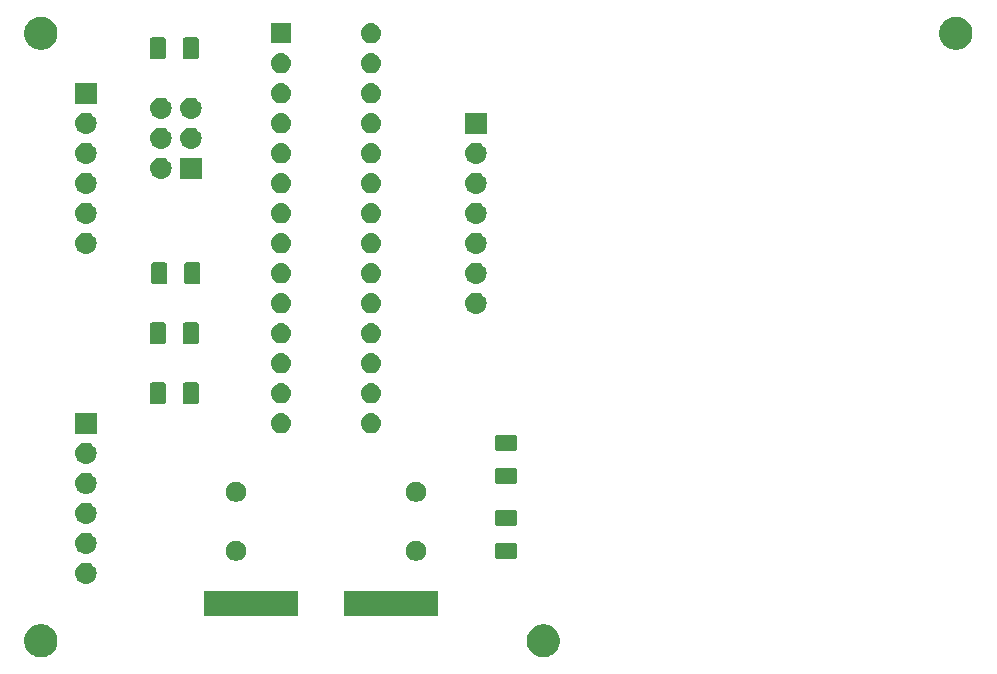
<source format=gbr>
G04 #@! TF.GenerationSoftware,KiCad,Pcbnew,5.1.4-3.fc30*
G04 #@! TF.CreationDate,2019-09-02T15:50:26-07:00*
G04 #@! TF.ProjectId,AR_20_JW_Rev2,41525f32-305f-44a5-975f-526576322e6b,rev?*
G04 #@! TF.SameCoordinates,Original*
G04 #@! TF.FileFunction,Soldermask,Top*
G04 #@! TF.FilePolarity,Negative*
%FSLAX46Y46*%
G04 Gerber Fmt 4.6, Leading zero omitted, Abs format (unit mm)*
G04 Created by KiCad (PCBNEW 5.1.4-3.fc30) date 2019-09-02 15:50:26*
%MOMM*%
%LPD*%
G04 APERTURE LIST*
%ADD10C,0.100000*%
G04 APERTURE END LIST*
D10*
G36*
X150178433Y-124999893D02*
G01*
X150268657Y-125017839D01*
X150374267Y-125061585D01*
X150523621Y-125123449D01*
X150523622Y-125123450D01*
X150753086Y-125276772D01*
X150948228Y-125471914D01*
X151050675Y-125625237D01*
X151101551Y-125701379D01*
X151207161Y-125956344D01*
X151261000Y-126227012D01*
X151261000Y-126502988D01*
X151207161Y-126773656D01*
X151101551Y-127028621D01*
X151101550Y-127028622D01*
X150948228Y-127258086D01*
X150753086Y-127453228D01*
X150599763Y-127555675D01*
X150523621Y-127606551D01*
X150374267Y-127668415D01*
X150268657Y-127712161D01*
X150178433Y-127730107D01*
X149997988Y-127766000D01*
X149722012Y-127766000D01*
X149541567Y-127730107D01*
X149451343Y-127712161D01*
X149345733Y-127668415D01*
X149196379Y-127606551D01*
X149120237Y-127555675D01*
X148966914Y-127453228D01*
X148771772Y-127258086D01*
X148618450Y-127028622D01*
X148618449Y-127028621D01*
X148512839Y-126773656D01*
X148459000Y-126502988D01*
X148459000Y-126227012D01*
X148512839Y-125956344D01*
X148618449Y-125701379D01*
X148669325Y-125625237D01*
X148771772Y-125471914D01*
X148966914Y-125276772D01*
X149196378Y-125123450D01*
X149196379Y-125123449D01*
X149345733Y-125061585D01*
X149451343Y-125017839D01*
X149541567Y-124999893D01*
X149722012Y-124964000D01*
X149997988Y-124964000D01*
X150178433Y-124999893D01*
X150178433Y-124999893D01*
G37*
G36*
X107633433Y-124999893D02*
G01*
X107723657Y-125017839D01*
X107829267Y-125061585D01*
X107978621Y-125123449D01*
X107978622Y-125123450D01*
X108208086Y-125276772D01*
X108403228Y-125471914D01*
X108505675Y-125625237D01*
X108556551Y-125701379D01*
X108662161Y-125956344D01*
X108716000Y-126227012D01*
X108716000Y-126502988D01*
X108662161Y-126773656D01*
X108556551Y-127028621D01*
X108556550Y-127028622D01*
X108403228Y-127258086D01*
X108208086Y-127453228D01*
X108054763Y-127555675D01*
X107978621Y-127606551D01*
X107829267Y-127668415D01*
X107723657Y-127712161D01*
X107633433Y-127730107D01*
X107452988Y-127766000D01*
X107177012Y-127766000D01*
X106996567Y-127730107D01*
X106906343Y-127712161D01*
X106800733Y-127668415D01*
X106651379Y-127606551D01*
X106575237Y-127555675D01*
X106421914Y-127453228D01*
X106226772Y-127258086D01*
X106073450Y-127028622D01*
X106073449Y-127028621D01*
X105967839Y-126773656D01*
X105914000Y-126502988D01*
X105914000Y-126227012D01*
X105967839Y-125956344D01*
X106073449Y-125701379D01*
X106124325Y-125625237D01*
X106226772Y-125471914D01*
X106421914Y-125276772D01*
X106651378Y-125123450D01*
X106651379Y-125123449D01*
X106800733Y-125061585D01*
X106906343Y-125017839D01*
X106996567Y-124999893D01*
X107177012Y-124964000D01*
X107452988Y-124964000D01*
X107633433Y-124999893D01*
X107633433Y-124999893D01*
G37*
G36*
X140958500Y-124241000D02*
G01*
X132981500Y-124241000D01*
X132981500Y-122139000D01*
X140958500Y-122139000D01*
X140958500Y-124241000D01*
X140958500Y-124241000D01*
G37*
G36*
X129083500Y-124241000D02*
G01*
X121106500Y-124241000D01*
X121106500Y-122139000D01*
X129083500Y-122139000D01*
X129083500Y-124241000D01*
X129083500Y-124241000D01*
G37*
G36*
X111235442Y-119755518D02*
G01*
X111301627Y-119762037D01*
X111471466Y-119813557D01*
X111627991Y-119897222D01*
X111663729Y-119926552D01*
X111765186Y-120009814D01*
X111848448Y-120111271D01*
X111877778Y-120147009D01*
X111961443Y-120303534D01*
X112012963Y-120473373D01*
X112030359Y-120650000D01*
X112012963Y-120826627D01*
X111961443Y-120996466D01*
X111877778Y-121152991D01*
X111848448Y-121188729D01*
X111765186Y-121290186D01*
X111663729Y-121373448D01*
X111627991Y-121402778D01*
X111471466Y-121486443D01*
X111301627Y-121537963D01*
X111235443Y-121544481D01*
X111169260Y-121551000D01*
X111080740Y-121551000D01*
X111014557Y-121544481D01*
X110948373Y-121537963D01*
X110778534Y-121486443D01*
X110622009Y-121402778D01*
X110586271Y-121373448D01*
X110484814Y-121290186D01*
X110401552Y-121188729D01*
X110372222Y-121152991D01*
X110288557Y-120996466D01*
X110237037Y-120826627D01*
X110219641Y-120650000D01*
X110237037Y-120473373D01*
X110288557Y-120303534D01*
X110372222Y-120147009D01*
X110401552Y-120111271D01*
X110484814Y-120009814D01*
X110586271Y-119926552D01*
X110622009Y-119897222D01*
X110778534Y-119813557D01*
X110948373Y-119762037D01*
X111014558Y-119755518D01*
X111080740Y-119749000D01*
X111169260Y-119749000D01*
X111235442Y-119755518D01*
X111235442Y-119755518D01*
G37*
G36*
X139313228Y-117926703D02*
G01*
X139468100Y-117990853D01*
X139607481Y-118083985D01*
X139726015Y-118202519D01*
X139819147Y-118341900D01*
X139883297Y-118496772D01*
X139916000Y-118661184D01*
X139916000Y-118828816D01*
X139883297Y-118993228D01*
X139819147Y-119148100D01*
X139726015Y-119287481D01*
X139607481Y-119406015D01*
X139468100Y-119499147D01*
X139313228Y-119563297D01*
X139148816Y-119596000D01*
X138981184Y-119596000D01*
X138816772Y-119563297D01*
X138661900Y-119499147D01*
X138522519Y-119406015D01*
X138403985Y-119287481D01*
X138310853Y-119148100D01*
X138246703Y-118993228D01*
X138214000Y-118828816D01*
X138214000Y-118661184D01*
X138246703Y-118496772D01*
X138310853Y-118341900D01*
X138403985Y-118202519D01*
X138522519Y-118083985D01*
X138661900Y-117990853D01*
X138816772Y-117926703D01*
X138981184Y-117894000D01*
X139148816Y-117894000D01*
X139313228Y-117926703D01*
X139313228Y-117926703D01*
G37*
G36*
X124073228Y-117926703D02*
G01*
X124228100Y-117990853D01*
X124367481Y-118083985D01*
X124486015Y-118202519D01*
X124579147Y-118341900D01*
X124643297Y-118496772D01*
X124676000Y-118661184D01*
X124676000Y-118828816D01*
X124643297Y-118993228D01*
X124579147Y-119148100D01*
X124486015Y-119287481D01*
X124367481Y-119406015D01*
X124228100Y-119499147D01*
X124073228Y-119563297D01*
X123908816Y-119596000D01*
X123741184Y-119596000D01*
X123576772Y-119563297D01*
X123421900Y-119499147D01*
X123282519Y-119406015D01*
X123163985Y-119287481D01*
X123070853Y-119148100D01*
X123006703Y-118993228D01*
X122974000Y-118828816D01*
X122974000Y-118661184D01*
X123006703Y-118496772D01*
X123070853Y-118341900D01*
X123163985Y-118202519D01*
X123282519Y-118083985D01*
X123421900Y-117990853D01*
X123576772Y-117926703D01*
X123741184Y-117894000D01*
X123908816Y-117894000D01*
X124073228Y-117926703D01*
X124073228Y-117926703D01*
G37*
G36*
X147453604Y-118073347D02*
G01*
X147490144Y-118084432D01*
X147523821Y-118102433D01*
X147553341Y-118126659D01*
X147577567Y-118156179D01*
X147595568Y-118189856D01*
X147606653Y-118226396D01*
X147611000Y-118270538D01*
X147611000Y-119219462D01*
X147606653Y-119263604D01*
X147595568Y-119300144D01*
X147577567Y-119333821D01*
X147553341Y-119363341D01*
X147523821Y-119387567D01*
X147490144Y-119405568D01*
X147453604Y-119416653D01*
X147409462Y-119421000D01*
X145960538Y-119421000D01*
X145916396Y-119416653D01*
X145879856Y-119405568D01*
X145846179Y-119387567D01*
X145816659Y-119363341D01*
X145792433Y-119333821D01*
X145774432Y-119300144D01*
X145763347Y-119263604D01*
X145759000Y-119219462D01*
X145759000Y-118270538D01*
X145763347Y-118226396D01*
X145774432Y-118189856D01*
X145792433Y-118156179D01*
X145816659Y-118126659D01*
X145846179Y-118102433D01*
X145879856Y-118084432D01*
X145916396Y-118073347D01*
X145960538Y-118069000D01*
X147409462Y-118069000D01*
X147453604Y-118073347D01*
X147453604Y-118073347D01*
G37*
G36*
X111235443Y-117215519D02*
G01*
X111301627Y-117222037D01*
X111471466Y-117273557D01*
X111627991Y-117357222D01*
X111663729Y-117386552D01*
X111765186Y-117469814D01*
X111848448Y-117571271D01*
X111877778Y-117607009D01*
X111961443Y-117763534D01*
X112012963Y-117933373D01*
X112030359Y-118110000D01*
X112012963Y-118286627D01*
X111961443Y-118456466D01*
X111877778Y-118612991D01*
X111848448Y-118648729D01*
X111765186Y-118750186D01*
X111669375Y-118828815D01*
X111627991Y-118862778D01*
X111471466Y-118946443D01*
X111301627Y-118997963D01*
X111235443Y-119004481D01*
X111169260Y-119011000D01*
X111080740Y-119011000D01*
X111014557Y-119004481D01*
X110948373Y-118997963D01*
X110778534Y-118946443D01*
X110622009Y-118862778D01*
X110580625Y-118828815D01*
X110484814Y-118750186D01*
X110401552Y-118648729D01*
X110372222Y-118612991D01*
X110288557Y-118456466D01*
X110237037Y-118286627D01*
X110219641Y-118110000D01*
X110237037Y-117933373D01*
X110288557Y-117763534D01*
X110372222Y-117607009D01*
X110401552Y-117571271D01*
X110484814Y-117469814D01*
X110586271Y-117386552D01*
X110622009Y-117357222D01*
X110778534Y-117273557D01*
X110948373Y-117222037D01*
X111014557Y-117215519D01*
X111080740Y-117209000D01*
X111169260Y-117209000D01*
X111235443Y-117215519D01*
X111235443Y-117215519D01*
G37*
G36*
X147453604Y-115273347D02*
G01*
X147490144Y-115284432D01*
X147523821Y-115302433D01*
X147553341Y-115326659D01*
X147577567Y-115356179D01*
X147595568Y-115389856D01*
X147606653Y-115426396D01*
X147611000Y-115470538D01*
X147611000Y-116419462D01*
X147606653Y-116463604D01*
X147595568Y-116500144D01*
X147577567Y-116533821D01*
X147553341Y-116563341D01*
X147523821Y-116587567D01*
X147490144Y-116605568D01*
X147453604Y-116616653D01*
X147409462Y-116621000D01*
X145960538Y-116621000D01*
X145916396Y-116616653D01*
X145879856Y-116605568D01*
X145846179Y-116587567D01*
X145816659Y-116563341D01*
X145792433Y-116533821D01*
X145774432Y-116500144D01*
X145763347Y-116463604D01*
X145759000Y-116419462D01*
X145759000Y-115470538D01*
X145763347Y-115426396D01*
X145774432Y-115389856D01*
X145792433Y-115356179D01*
X145816659Y-115326659D01*
X145846179Y-115302433D01*
X145879856Y-115284432D01*
X145916396Y-115273347D01*
X145960538Y-115269000D01*
X147409462Y-115269000D01*
X147453604Y-115273347D01*
X147453604Y-115273347D01*
G37*
G36*
X111235443Y-114675519D02*
G01*
X111301627Y-114682037D01*
X111471466Y-114733557D01*
X111627991Y-114817222D01*
X111663729Y-114846552D01*
X111765186Y-114929814D01*
X111848448Y-115031271D01*
X111877778Y-115067009D01*
X111961443Y-115223534D01*
X112012963Y-115393373D01*
X112030359Y-115570000D01*
X112012963Y-115746627D01*
X111961443Y-115916466D01*
X111877778Y-116072991D01*
X111848448Y-116108729D01*
X111765186Y-116210186D01*
X111663729Y-116293448D01*
X111627991Y-116322778D01*
X111471466Y-116406443D01*
X111301627Y-116457963D01*
X111244352Y-116463604D01*
X111169260Y-116471000D01*
X111080740Y-116471000D01*
X111005648Y-116463604D01*
X110948373Y-116457963D01*
X110778534Y-116406443D01*
X110622009Y-116322778D01*
X110586271Y-116293448D01*
X110484814Y-116210186D01*
X110401552Y-116108729D01*
X110372222Y-116072991D01*
X110288557Y-115916466D01*
X110237037Y-115746627D01*
X110219641Y-115570000D01*
X110237037Y-115393373D01*
X110288557Y-115223534D01*
X110372222Y-115067009D01*
X110401552Y-115031271D01*
X110484814Y-114929814D01*
X110586271Y-114846552D01*
X110622009Y-114817222D01*
X110778534Y-114733557D01*
X110948373Y-114682037D01*
X111014557Y-114675519D01*
X111080740Y-114669000D01*
X111169260Y-114669000D01*
X111235443Y-114675519D01*
X111235443Y-114675519D01*
G37*
G36*
X139313228Y-112926703D02*
G01*
X139468100Y-112990853D01*
X139607481Y-113083985D01*
X139726015Y-113202519D01*
X139819147Y-113341900D01*
X139883297Y-113496772D01*
X139916000Y-113661184D01*
X139916000Y-113828816D01*
X139883297Y-113993228D01*
X139819147Y-114148100D01*
X139726015Y-114287481D01*
X139607481Y-114406015D01*
X139468100Y-114499147D01*
X139313228Y-114563297D01*
X139148816Y-114596000D01*
X138981184Y-114596000D01*
X138816772Y-114563297D01*
X138661900Y-114499147D01*
X138522519Y-114406015D01*
X138403985Y-114287481D01*
X138310853Y-114148100D01*
X138246703Y-113993228D01*
X138214000Y-113828816D01*
X138214000Y-113661184D01*
X138246703Y-113496772D01*
X138310853Y-113341900D01*
X138403985Y-113202519D01*
X138522519Y-113083985D01*
X138661900Y-112990853D01*
X138816772Y-112926703D01*
X138981184Y-112894000D01*
X139148816Y-112894000D01*
X139313228Y-112926703D01*
X139313228Y-112926703D01*
G37*
G36*
X124073228Y-112926703D02*
G01*
X124228100Y-112990853D01*
X124367481Y-113083985D01*
X124486015Y-113202519D01*
X124579147Y-113341900D01*
X124643297Y-113496772D01*
X124676000Y-113661184D01*
X124676000Y-113828816D01*
X124643297Y-113993228D01*
X124579147Y-114148100D01*
X124486015Y-114287481D01*
X124367481Y-114406015D01*
X124228100Y-114499147D01*
X124073228Y-114563297D01*
X123908816Y-114596000D01*
X123741184Y-114596000D01*
X123576772Y-114563297D01*
X123421900Y-114499147D01*
X123282519Y-114406015D01*
X123163985Y-114287481D01*
X123070853Y-114148100D01*
X123006703Y-113993228D01*
X122974000Y-113828816D01*
X122974000Y-113661184D01*
X123006703Y-113496772D01*
X123070853Y-113341900D01*
X123163985Y-113202519D01*
X123282519Y-113083985D01*
X123421900Y-112990853D01*
X123576772Y-112926703D01*
X123741184Y-112894000D01*
X123908816Y-112894000D01*
X124073228Y-112926703D01*
X124073228Y-112926703D01*
G37*
G36*
X111235443Y-112135519D02*
G01*
X111301627Y-112142037D01*
X111471466Y-112193557D01*
X111627991Y-112277222D01*
X111663729Y-112306552D01*
X111765186Y-112389814D01*
X111848448Y-112491271D01*
X111877778Y-112527009D01*
X111961443Y-112683534D01*
X112012963Y-112853373D01*
X112030359Y-113030000D01*
X112012963Y-113206627D01*
X111961443Y-113376466D01*
X111877778Y-113532991D01*
X111848448Y-113568729D01*
X111765186Y-113670186D01*
X111663729Y-113753448D01*
X111627991Y-113782778D01*
X111627989Y-113782779D01*
X111541863Y-113828815D01*
X111471466Y-113866443D01*
X111301627Y-113917963D01*
X111235443Y-113924481D01*
X111169260Y-113931000D01*
X111080740Y-113931000D01*
X111014557Y-113924481D01*
X110948373Y-113917963D01*
X110778534Y-113866443D01*
X110708138Y-113828815D01*
X110622011Y-113782779D01*
X110622009Y-113782778D01*
X110586271Y-113753448D01*
X110484814Y-113670186D01*
X110401552Y-113568729D01*
X110372222Y-113532991D01*
X110288557Y-113376466D01*
X110237037Y-113206627D01*
X110219641Y-113030000D01*
X110237037Y-112853373D01*
X110288557Y-112683534D01*
X110372222Y-112527009D01*
X110401552Y-112491271D01*
X110484814Y-112389814D01*
X110586271Y-112306552D01*
X110622009Y-112277222D01*
X110778534Y-112193557D01*
X110948373Y-112142037D01*
X111014557Y-112135519D01*
X111080740Y-112129000D01*
X111169260Y-112129000D01*
X111235443Y-112135519D01*
X111235443Y-112135519D01*
G37*
G36*
X147453604Y-111723347D02*
G01*
X147490144Y-111734432D01*
X147523821Y-111752433D01*
X147553341Y-111776659D01*
X147577567Y-111806179D01*
X147595568Y-111839856D01*
X147606653Y-111876396D01*
X147611000Y-111920538D01*
X147611000Y-112869462D01*
X147606653Y-112913604D01*
X147595568Y-112950144D01*
X147577567Y-112983821D01*
X147553341Y-113013341D01*
X147523821Y-113037567D01*
X147490144Y-113055568D01*
X147453604Y-113066653D01*
X147409462Y-113071000D01*
X145960538Y-113071000D01*
X145916396Y-113066653D01*
X145879856Y-113055568D01*
X145846179Y-113037567D01*
X145816659Y-113013341D01*
X145792433Y-112983821D01*
X145774432Y-112950144D01*
X145763347Y-112913604D01*
X145759000Y-112869462D01*
X145759000Y-111920538D01*
X145763347Y-111876396D01*
X145774432Y-111839856D01*
X145792433Y-111806179D01*
X145816659Y-111776659D01*
X145846179Y-111752433D01*
X145879856Y-111734432D01*
X145916396Y-111723347D01*
X145960538Y-111719000D01*
X147409462Y-111719000D01*
X147453604Y-111723347D01*
X147453604Y-111723347D01*
G37*
G36*
X111235442Y-109595518D02*
G01*
X111301627Y-109602037D01*
X111471466Y-109653557D01*
X111627991Y-109737222D01*
X111663729Y-109766552D01*
X111765186Y-109849814D01*
X111848448Y-109951271D01*
X111877778Y-109987009D01*
X111961443Y-110143534D01*
X112012963Y-110313373D01*
X112030359Y-110490000D01*
X112012963Y-110666627D01*
X111961443Y-110836466D01*
X111877778Y-110992991D01*
X111848448Y-111028729D01*
X111765186Y-111130186D01*
X111663729Y-111213448D01*
X111627991Y-111242778D01*
X111471466Y-111326443D01*
X111301627Y-111377963D01*
X111235443Y-111384481D01*
X111169260Y-111391000D01*
X111080740Y-111391000D01*
X111014557Y-111384481D01*
X110948373Y-111377963D01*
X110778534Y-111326443D01*
X110622009Y-111242778D01*
X110586271Y-111213448D01*
X110484814Y-111130186D01*
X110401552Y-111028729D01*
X110372222Y-110992991D01*
X110288557Y-110836466D01*
X110237037Y-110666627D01*
X110219641Y-110490000D01*
X110237037Y-110313373D01*
X110288557Y-110143534D01*
X110372222Y-109987009D01*
X110401552Y-109951271D01*
X110484814Y-109849814D01*
X110586271Y-109766552D01*
X110622009Y-109737222D01*
X110778534Y-109653557D01*
X110948373Y-109602037D01*
X111014558Y-109595518D01*
X111080740Y-109589000D01*
X111169260Y-109589000D01*
X111235442Y-109595518D01*
X111235442Y-109595518D01*
G37*
G36*
X147453604Y-108923347D02*
G01*
X147490144Y-108934432D01*
X147523821Y-108952433D01*
X147553341Y-108976659D01*
X147577567Y-109006179D01*
X147595568Y-109039856D01*
X147606653Y-109076396D01*
X147611000Y-109120538D01*
X147611000Y-110069462D01*
X147606653Y-110113604D01*
X147595568Y-110150144D01*
X147577567Y-110183821D01*
X147553341Y-110213341D01*
X147523821Y-110237567D01*
X147490144Y-110255568D01*
X147453604Y-110266653D01*
X147409462Y-110271000D01*
X145960538Y-110271000D01*
X145916396Y-110266653D01*
X145879856Y-110255568D01*
X145846179Y-110237567D01*
X145816659Y-110213341D01*
X145792433Y-110183821D01*
X145774432Y-110150144D01*
X145763347Y-110113604D01*
X145759000Y-110069462D01*
X145759000Y-109120538D01*
X145763347Y-109076396D01*
X145774432Y-109039856D01*
X145792433Y-109006179D01*
X145816659Y-108976659D01*
X145846179Y-108952433D01*
X145879856Y-108934432D01*
X145916396Y-108923347D01*
X145960538Y-108919000D01*
X147409462Y-108919000D01*
X147453604Y-108923347D01*
X147453604Y-108923347D01*
G37*
G36*
X112026000Y-108851000D02*
G01*
X110224000Y-108851000D01*
X110224000Y-107049000D01*
X112026000Y-107049000D01*
X112026000Y-108851000D01*
X112026000Y-108851000D01*
G37*
G36*
X135421823Y-107111313D02*
G01*
X135582242Y-107159976D01*
X135714906Y-107230886D01*
X135730078Y-107238996D01*
X135859659Y-107345341D01*
X135966004Y-107474922D01*
X135966005Y-107474924D01*
X136045024Y-107622758D01*
X136093687Y-107783177D01*
X136110117Y-107950000D01*
X136093687Y-108116823D01*
X136045024Y-108277242D01*
X135974114Y-108409906D01*
X135966004Y-108425078D01*
X135859659Y-108554659D01*
X135730078Y-108661004D01*
X135730076Y-108661005D01*
X135582242Y-108740024D01*
X135421823Y-108788687D01*
X135296804Y-108801000D01*
X135213196Y-108801000D01*
X135088177Y-108788687D01*
X134927758Y-108740024D01*
X134779924Y-108661005D01*
X134779922Y-108661004D01*
X134650341Y-108554659D01*
X134543996Y-108425078D01*
X134535886Y-108409906D01*
X134464976Y-108277242D01*
X134416313Y-108116823D01*
X134399883Y-107950000D01*
X134416313Y-107783177D01*
X134464976Y-107622758D01*
X134543995Y-107474924D01*
X134543996Y-107474922D01*
X134650341Y-107345341D01*
X134779922Y-107238996D01*
X134795094Y-107230886D01*
X134927758Y-107159976D01*
X135088177Y-107111313D01*
X135213196Y-107099000D01*
X135296804Y-107099000D01*
X135421823Y-107111313D01*
X135421823Y-107111313D01*
G37*
G36*
X127801823Y-107111313D02*
G01*
X127962242Y-107159976D01*
X128094906Y-107230886D01*
X128110078Y-107238996D01*
X128239659Y-107345341D01*
X128346004Y-107474922D01*
X128346005Y-107474924D01*
X128425024Y-107622758D01*
X128473687Y-107783177D01*
X128490117Y-107950000D01*
X128473687Y-108116823D01*
X128425024Y-108277242D01*
X128354114Y-108409906D01*
X128346004Y-108425078D01*
X128239659Y-108554659D01*
X128110078Y-108661004D01*
X128110076Y-108661005D01*
X127962242Y-108740024D01*
X127801823Y-108788687D01*
X127676804Y-108801000D01*
X127593196Y-108801000D01*
X127468177Y-108788687D01*
X127307758Y-108740024D01*
X127159924Y-108661005D01*
X127159922Y-108661004D01*
X127030341Y-108554659D01*
X126923996Y-108425078D01*
X126915886Y-108409906D01*
X126844976Y-108277242D01*
X126796313Y-108116823D01*
X126779883Y-107950000D01*
X126796313Y-107783177D01*
X126844976Y-107622758D01*
X126923995Y-107474924D01*
X126923996Y-107474922D01*
X127030341Y-107345341D01*
X127159922Y-107238996D01*
X127175094Y-107230886D01*
X127307758Y-107159976D01*
X127468177Y-107111313D01*
X127593196Y-107099000D01*
X127676804Y-107099000D01*
X127801823Y-107111313D01*
X127801823Y-107111313D01*
G37*
G36*
X117733604Y-104488347D02*
G01*
X117770144Y-104499432D01*
X117803821Y-104517433D01*
X117833341Y-104541659D01*
X117857567Y-104571179D01*
X117875568Y-104604856D01*
X117886653Y-104641396D01*
X117891000Y-104685538D01*
X117891000Y-106134462D01*
X117886653Y-106178604D01*
X117875568Y-106215144D01*
X117857567Y-106248821D01*
X117833341Y-106278341D01*
X117803821Y-106302567D01*
X117770144Y-106320568D01*
X117733604Y-106331653D01*
X117689462Y-106336000D01*
X116740538Y-106336000D01*
X116696396Y-106331653D01*
X116659856Y-106320568D01*
X116626179Y-106302567D01*
X116596659Y-106278341D01*
X116572433Y-106248821D01*
X116554432Y-106215144D01*
X116543347Y-106178604D01*
X116539000Y-106134462D01*
X116539000Y-104685538D01*
X116543347Y-104641396D01*
X116554432Y-104604856D01*
X116572433Y-104571179D01*
X116596659Y-104541659D01*
X116626179Y-104517433D01*
X116659856Y-104499432D01*
X116696396Y-104488347D01*
X116740538Y-104484000D01*
X117689462Y-104484000D01*
X117733604Y-104488347D01*
X117733604Y-104488347D01*
G37*
G36*
X120533604Y-104488347D02*
G01*
X120570144Y-104499432D01*
X120603821Y-104517433D01*
X120633341Y-104541659D01*
X120657567Y-104571179D01*
X120675568Y-104604856D01*
X120686653Y-104641396D01*
X120691000Y-104685538D01*
X120691000Y-106134462D01*
X120686653Y-106178604D01*
X120675568Y-106215144D01*
X120657567Y-106248821D01*
X120633341Y-106278341D01*
X120603821Y-106302567D01*
X120570144Y-106320568D01*
X120533604Y-106331653D01*
X120489462Y-106336000D01*
X119540538Y-106336000D01*
X119496396Y-106331653D01*
X119459856Y-106320568D01*
X119426179Y-106302567D01*
X119396659Y-106278341D01*
X119372433Y-106248821D01*
X119354432Y-106215144D01*
X119343347Y-106178604D01*
X119339000Y-106134462D01*
X119339000Y-104685538D01*
X119343347Y-104641396D01*
X119354432Y-104604856D01*
X119372433Y-104571179D01*
X119396659Y-104541659D01*
X119426179Y-104517433D01*
X119459856Y-104499432D01*
X119496396Y-104488347D01*
X119540538Y-104484000D01*
X120489462Y-104484000D01*
X120533604Y-104488347D01*
X120533604Y-104488347D01*
G37*
G36*
X127801823Y-104571313D02*
G01*
X127962242Y-104619976D01*
X128084900Y-104685538D01*
X128110078Y-104698996D01*
X128239659Y-104805341D01*
X128346004Y-104934922D01*
X128346005Y-104934924D01*
X128425024Y-105082758D01*
X128473687Y-105243177D01*
X128490117Y-105410000D01*
X128473687Y-105576823D01*
X128425024Y-105737242D01*
X128354114Y-105869906D01*
X128346004Y-105885078D01*
X128239659Y-106014659D01*
X128110078Y-106121004D01*
X128110076Y-106121005D01*
X127962242Y-106200024D01*
X127801823Y-106248687D01*
X127676804Y-106261000D01*
X127593196Y-106261000D01*
X127468177Y-106248687D01*
X127307758Y-106200024D01*
X127159924Y-106121005D01*
X127159922Y-106121004D01*
X127030341Y-106014659D01*
X126923996Y-105885078D01*
X126915886Y-105869906D01*
X126844976Y-105737242D01*
X126796313Y-105576823D01*
X126779883Y-105410000D01*
X126796313Y-105243177D01*
X126844976Y-105082758D01*
X126923995Y-104934924D01*
X126923996Y-104934922D01*
X127030341Y-104805341D01*
X127159922Y-104698996D01*
X127185100Y-104685538D01*
X127307758Y-104619976D01*
X127468177Y-104571313D01*
X127593196Y-104559000D01*
X127676804Y-104559000D01*
X127801823Y-104571313D01*
X127801823Y-104571313D01*
G37*
G36*
X135421823Y-104571313D02*
G01*
X135582242Y-104619976D01*
X135704900Y-104685538D01*
X135730078Y-104698996D01*
X135859659Y-104805341D01*
X135966004Y-104934922D01*
X135966005Y-104934924D01*
X136045024Y-105082758D01*
X136093687Y-105243177D01*
X136110117Y-105410000D01*
X136093687Y-105576823D01*
X136045024Y-105737242D01*
X135974114Y-105869906D01*
X135966004Y-105885078D01*
X135859659Y-106014659D01*
X135730078Y-106121004D01*
X135730076Y-106121005D01*
X135582242Y-106200024D01*
X135421823Y-106248687D01*
X135296804Y-106261000D01*
X135213196Y-106261000D01*
X135088177Y-106248687D01*
X134927758Y-106200024D01*
X134779924Y-106121005D01*
X134779922Y-106121004D01*
X134650341Y-106014659D01*
X134543996Y-105885078D01*
X134535886Y-105869906D01*
X134464976Y-105737242D01*
X134416313Y-105576823D01*
X134399883Y-105410000D01*
X134416313Y-105243177D01*
X134464976Y-105082758D01*
X134543995Y-104934924D01*
X134543996Y-104934922D01*
X134650341Y-104805341D01*
X134779922Y-104698996D01*
X134805100Y-104685538D01*
X134927758Y-104619976D01*
X135088177Y-104571313D01*
X135213196Y-104559000D01*
X135296804Y-104559000D01*
X135421823Y-104571313D01*
X135421823Y-104571313D01*
G37*
G36*
X135421823Y-102031313D02*
G01*
X135582242Y-102079976D01*
X135714906Y-102150886D01*
X135730078Y-102158996D01*
X135859659Y-102265341D01*
X135966004Y-102394922D01*
X135966005Y-102394924D01*
X136045024Y-102542758D01*
X136093687Y-102703177D01*
X136110117Y-102870000D01*
X136093687Y-103036823D01*
X136045024Y-103197242D01*
X135974114Y-103329906D01*
X135966004Y-103345078D01*
X135859659Y-103474659D01*
X135730078Y-103581004D01*
X135730076Y-103581005D01*
X135582242Y-103660024D01*
X135421823Y-103708687D01*
X135296804Y-103721000D01*
X135213196Y-103721000D01*
X135088177Y-103708687D01*
X134927758Y-103660024D01*
X134779924Y-103581005D01*
X134779922Y-103581004D01*
X134650341Y-103474659D01*
X134543996Y-103345078D01*
X134535886Y-103329906D01*
X134464976Y-103197242D01*
X134416313Y-103036823D01*
X134399883Y-102870000D01*
X134416313Y-102703177D01*
X134464976Y-102542758D01*
X134543995Y-102394924D01*
X134543996Y-102394922D01*
X134650341Y-102265341D01*
X134779922Y-102158996D01*
X134795094Y-102150886D01*
X134927758Y-102079976D01*
X135088177Y-102031313D01*
X135213196Y-102019000D01*
X135296804Y-102019000D01*
X135421823Y-102031313D01*
X135421823Y-102031313D01*
G37*
G36*
X127801823Y-102031313D02*
G01*
X127962242Y-102079976D01*
X128094906Y-102150886D01*
X128110078Y-102158996D01*
X128239659Y-102265341D01*
X128346004Y-102394922D01*
X128346005Y-102394924D01*
X128425024Y-102542758D01*
X128473687Y-102703177D01*
X128490117Y-102870000D01*
X128473687Y-103036823D01*
X128425024Y-103197242D01*
X128354114Y-103329906D01*
X128346004Y-103345078D01*
X128239659Y-103474659D01*
X128110078Y-103581004D01*
X128110076Y-103581005D01*
X127962242Y-103660024D01*
X127801823Y-103708687D01*
X127676804Y-103721000D01*
X127593196Y-103721000D01*
X127468177Y-103708687D01*
X127307758Y-103660024D01*
X127159924Y-103581005D01*
X127159922Y-103581004D01*
X127030341Y-103474659D01*
X126923996Y-103345078D01*
X126915886Y-103329906D01*
X126844976Y-103197242D01*
X126796313Y-103036823D01*
X126779883Y-102870000D01*
X126796313Y-102703177D01*
X126844976Y-102542758D01*
X126923995Y-102394924D01*
X126923996Y-102394922D01*
X127030341Y-102265341D01*
X127159922Y-102158996D01*
X127175094Y-102150886D01*
X127307758Y-102079976D01*
X127468177Y-102031313D01*
X127593196Y-102019000D01*
X127676804Y-102019000D01*
X127801823Y-102031313D01*
X127801823Y-102031313D01*
G37*
G36*
X120533604Y-99408347D02*
G01*
X120570144Y-99419432D01*
X120603821Y-99437433D01*
X120633341Y-99461659D01*
X120657567Y-99491179D01*
X120675568Y-99524856D01*
X120686653Y-99561396D01*
X120691000Y-99605538D01*
X120691000Y-101054462D01*
X120686653Y-101098604D01*
X120675568Y-101135144D01*
X120657567Y-101168821D01*
X120633341Y-101198341D01*
X120603821Y-101222567D01*
X120570144Y-101240568D01*
X120533604Y-101251653D01*
X120489462Y-101256000D01*
X119540538Y-101256000D01*
X119496396Y-101251653D01*
X119459856Y-101240568D01*
X119426179Y-101222567D01*
X119396659Y-101198341D01*
X119372433Y-101168821D01*
X119354432Y-101135144D01*
X119343347Y-101098604D01*
X119339000Y-101054462D01*
X119339000Y-99605538D01*
X119343347Y-99561396D01*
X119354432Y-99524856D01*
X119372433Y-99491179D01*
X119396659Y-99461659D01*
X119426179Y-99437433D01*
X119459856Y-99419432D01*
X119496396Y-99408347D01*
X119540538Y-99404000D01*
X120489462Y-99404000D01*
X120533604Y-99408347D01*
X120533604Y-99408347D01*
G37*
G36*
X117733604Y-99408347D02*
G01*
X117770144Y-99419432D01*
X117803821Y-99437433D01*
X117833341Y-99461659D01*
X117857567Y-99491179D01*
X117875568Y-99524856D01*
X117886653Y-99561396D01*
X117891000Y-99605538D01*
X117891000Y-101054462D01*
X117886653Y-101098604D01*
X117875568Y-101135144D01*
X117857567Y-101168821D01*
X117833341Y-101198341D01*
X117803821Y-101222567D01*
X117770144Y-101240568D01*
X117733604Y-101251653D01*
X117689462Y-101256000D01*
X116740538Y-101256000D01*
X116696396Y-101251653D01*
X116659856Y-101240568D01*
X116626179Y-101222567D01*
X116596659Y-101198341D01*
X116572433Y-101168821D01*
X116554432Y-101135144D01*
X116543347Y-101098604D01*
X116539000Y-101054462D01*
X116539000Y-99605538D01*
X116543347Y-99561396D01*
X116554432Y-99524856D01*
X116572433Y-99491179D01*
X116596659Y-99461659D01*
X116626179Y-99437433D01*
X116659856Y-99419432D01*
X116696396Y-99408347D01*
X116740538Y-99404000D01*
X117689462Y-99404000D01*
X117733604Y-99408347D01*
X117733604Y-99408347D01*
G37*
G36*
X127801823Y-99491313D02*
G01*
X127962242Y-99539976D01*
X128084900Y-99605538D01*
X128110078Y-99618996D01*
X128239659Y-99725341D01*
X128346004Y-99854922D01*
X128346005Y-99854924D01*
X128425024Y-100002758D01*
X128473687Y-100163177D01*
X128490117Y-100330000D01*
X128473687Y-100496823D01*
X128425024Y-100657242D01*
X128354114Y-100789906D01*
X128346004Y-100805078D01*
X128239659Y-100934659D01*
X128110078Y-101041004D01*
X128110076Y-101041005D01*
X127962242Y-101120024D01*
X127801823Y-101168687D01*
X127676804Y-101181000D01*
X127593196Y-101181000D01*
X127468177Y-101168687D01*
X127307758Y-101120024D01*
X127159924Y-101041005D01*
X127159922Y-101041004D01*
X127030341Y-100934659D01*
X126923996Y-100805078D01*
X126915886Y-100789906D01*
X126844976Y-100657242D01*
X126796313Y-100496823D01*
X126779883Y-100330000D01*
X126796313Y-100163177D01*
X126844976Y-100002758D01*
X126923995Y-99854924D01*
X126923996Y-99854922D01*
X127030341Y-99725341D01*
X127159922Y-99618996D01*
X127185100Y-99605538D01*
X127307758Y-99539976D01*
X127468177Y-99491313D01*
X127593196Y-99479000D01*
X127676804Y-99479000D01*
X127801823Y-99491313D01*
X127801823Y-99491313D01*
G37*
G36*
X135421823Y-99491313D02*
G01*
X135582242Y-99539976D01*
X135704900Y-99605538D01*
X135730078Y-99618996D01*
X135859659Y-99725341D01*
X135966004Y-99854922D01*
X135966005Y-99854924D01*
X136045024Y-100002758D01*
X136093687Y-100163177D01*
X136110117Y-100330000D01*
X136093687Y-100496823D01*
X136045024Y-100657242D01*
X135974114Y-100789906D01*
X135966004Y-100805078D01*
X135859659Y-100934659D01*
X135730078Y-101041004D01*
X135730076Y-101041005D01*
X135582242Y-101120024D01*
X135421823Y-101168687D01*
X135296804Y-101181000D01*
X135213196Y-101181000D01*
X135088177Y-101168687D01*
X134927758Y-101120024D01*
X134779924Y-101041005D01*
X134779922Y-101041004D01*
X134650341Y-100934659D01*
X134543996Y-100805078D01*
X134535886Y-100789906D01*
X134464976Y-100657242D01*
X134416313Y-100496823D01*
X134399883Y-100330000D01*
X134416313Y-100163177D01*
X134464976Y-100002758D01*
X134543995Y-99854924D01*
X134543996Y-99854922D01*
X134650341Y-99725341D01*
X134779922Y-99618996D01*
X134805100Y-99605538D01*
X134927758Y-99539976D01*
X135088177Y-99491313D01*
X135213196Y-99479000D01*
X135296804Y-99479000D01*
X135421823Y-99491313D01*
X135421823Y-99491313D01*
G37*
G36*
X144255442Y-96895518D02*
G01*
X144321627Y-96902037D01*
X144491466Y-96953557D01*
X144647991Y-97037222D01*
X144683729Y-97066552D01*
X144785186Y-97149814D01*
X144868448Y-97251271D01*
X144897778Y-97287009D01*
X144981443Y-97443534D01*
X145032963Y-97613373D01*
X145050359Y-97790000D01*
X145032963Y-97966627D01*
X144981443Y-98136466D01*
X144897778Y-98292991D01*
X144868448Y-98328729D01*
X144785186Y-98430186D01*
X144683729Y-98513448D01*
X144647991Y-98542778D01*
X144491466Y-98626443D01*
X144321627Y-98677963D01*
X144255442Y-98684482D01*
X144189260Y-98691000D01*
X144100740Y-98691000D01*
X144034558Y-98684482D01*
X143968373Y-98677963D01*
X143798534Y-98626443D01*
X143642009Y-98542778D01*
X143606271Y-98513448D01*
X143504814Y-98430186D01*
X143421552Y-98328729D01*
X143392222Y-98292991D01*
X143308557Y-98136466D01*
X143257037Y-97966627D01*
X143239641Y-97790000D01*
X143257037Y-97613373D01*
X143308557Y-97443534D01*
X143392222Y-97287009D01*
X143421552Y-97251271D01*
X143504814Y-97149814D01*
X143606271Y-97066552D01*
X143642009Y-97037222D01*
X143798534Y-96953557D01*
X143968373Y-96902037D01*
X144034558Y-96895518D01*
X144100740Y-96889000D01*
X144189260Y-96889000D01*
X144255442Y-96895518D01*
X144255442Y-96895518D01*
G37*
G36*
X127801823Y-96951313D02*
G01*
X127962242Y-96999976D01*
X128031922Y-97037221D01*
X128110078Y-97078996D01*
X128239659Y-97185341D01*
X128346004Y-97314922D01*
X128346005Y-97314924D01*
X128425024Y-97462758D01*
X128473687Y-97623177D01*
X128490117Y-97790000D01*
X128473687Y-97956823D01*
X128425024Y-98117242D01*
X128414747Y-98136468D01*
X128346004Y-98265078D01*
X128239659Y-98394659D01*
X128110078Y-98501004D01*
X128110076Y-98501005D01*
X127962242Y-98580024D01*
X127801823Y-98628687D01*
X127676804Y-98641000D01*
X127593196Y-98641000D01*
X127468177Y-98628687D01*
X127307758Y-98580024D01*
X127159924Y-98501005D01*
X127159922Y-98501004D01*
X127030341Y-98394659D01*
X126923996Y-98265078D01*
X126855253Y-98136468D01*
X126844976Y-98117242D01*
X126796313Y-97956823D01*
X126779883Y-97790000D01*
X126796313Y-97623177D01*
X126844976Y-97462758D01*
X126923995Y-97314924D01*
X126923996Y-97314922D01*
X127030341Y-97185341D01*
X127159922Y-97078996D01*
X127238078Y-97037221D01*
X127307758Y-96999976D01*
X127468177Y-96951313D01*
X127593196Y-96939000D01*
X127676804Y-96939000D01*
X127801823Y-96951313D01*
X127801823Y-96951313D01*
G37*
G36*
X135421823Y-96951313D02*
G01*
X135582242Y-96999976D01*
X135651922Y-97037221D01*
X135730078Y-97078996D01*
X135859659Y-97185341D01*
X135966004Y-97314922D01*
X135966005Y-97314924D01*
X136045024Y-97462758D01*
X136093687Y-97623177D01*
X136110117Y-97790000D01*
X136093687Y-97956823D01*
X136045024Y-98117242D01*
X136034747Y-98136468D01*
X135966004Y-98265078D01*
X135859659Y-98394659D01*
X135730078Y-98501004D01*
X135730076Y-98501005D01*
X135582242Y-98580024D01*
X135421823Y-98628687D01*
X135296804Y-98641000D01*
X135213196Y-98641000D01*
X135088177Y-98628687D01*
X134927758Y-98580024D01*
X134779924Y-98501005D01*
X134779922Y-98501004D01*
X134650341Y-98394659D01*
X134543996Y-98265078D01*
X134475253Y-98136468D01*
X134464976Y-98117242D01*
X134416313Y-97956823D01*
X134399883Y-97790000D01*
X134416313Y-97623177D01*
X134464976Y-97462758D01*
X134543995Y-97314924D01*
X134543996Y-97314922D01*
X134650341Y-97185341D01*
X134779922Y-97078996D01*
X134858078Y-97037221D01*
X134927758Y-96999976D01*
X135088177Y-96951313D01*
X135213196Y-96939000D01*
X135296804Y-96939000D01*
X135421823Y-96951313D01*
X135421823Y-96951313D01*
G37*
G36*
X120663604Y-94328347D02*
G01*
X120700144Y-94339432D01*
X120733821Y-94357433D01*
X120763341Y-94381659D01*
X120787567Y-94411179D01*
X120805568Y-94444856D01*
X120816653Y-94481396D01*
X120821000Y-94525538D01*
X120821000Y-95974462D01*
X120816653Y-96018604D01*
X120805568Y-96055144D01*
X120787567Y-96088821D01*
X120763341Y-96118341D01*
X120733821Y-96142567D01*
X120700144Y-96160568D01*
X120663604Y-96171653D01*
X120619462Y-96176000D01*
X119670538Y-96176000D01*
X119626396Y-96171653D01*
X119589856Y-96160568D01*
X119556179Y-96142567D01*
X119526659Y-96118341D01*
X119502433Y-96088821D01*
X119484432Y-96055144D01*
X119473347Y-96018604D01*
X119469000Y-95974462D01*
X119469000Y-94525538D01*
X119473347Y-94481396D01*
X119484432Y-94444856D01*
X119502433Y-94411179D01*
X119526659Y-94381659D01*
X119556179Y-94357433D01*
X119589856Y-94339432D01*
X119626396Y-94328347D01*
X119670538Y-94324000D01*
X120619462Y-94324000D01*
X120663604Y-94328347D01*
X120663604Y-94328347D01*
G37*
G36*
X117863604Y-94328347D02*
G01*
X117900144Y-94339432D01*
X117933821Y-94357433D01*
X117963341Y-94381659D01*
X117987567Y-94411179D01*
X118005568Y-94444856D01*
X118016653Y-94481396D01*
X118021000Y-94525538D01*
X118021000Y-95974462D01*
X118016653Y-96018604D01*
X118005568Y-96055144D01*
X117987567Y-96088821D01*
X117963341Y-96118341D01*
X117933821Y-96142567D01*
X117900144Y-96160568D01*
X117863604Y-96171653D01*
X117819462Y-96176000D01*
X116870538Y-96176000D01*
X116826396Y-96171653D01*
X116789856Y-96160568D01*
X116756179Y-96142567D01*
X116726659Y-96118341D01*
X116702433Y-96088821D01*
X116684432Y-96055144D01*
X116673347Y-96018604D01*
X116669000Y-95974462D01*
X116669000Y-94525538D01*
X116673347Y-94481396D01*
X116684432Y-94444856D01*
X116702433Y-94411179D01*
X116726659Y-94381659D01*
X116756179Y-94357433D01*
X116789856Y-94339432D01*
X116826396Y-94328347D01*
X116870538Y-94324000D01*
X117819462Y-94324000D01*
X117863604Y-94328347D01*
X117863604Y-94328347D01*
G37*
G36*
X144255442Y-94355518D02*
G01*
X144321627Y-94362037D01*
X144491466Y-94413557D01*
X144647991Y-94497222D01*
X144682494Y-94525538D01*
X144785186Y-94609814D01*
X144868448Y-94711271D01*
X144897778Y-94747009D01*
X144981443Y-94903534D01*
X145032963Y-95073373D01*
X145050359Y-95250000D01*
X145032963Y-95426627D01*
X144981443Y-95596466D01*
X144897778Y-95752991D01*
X144868448Y-95788729D01*
X144785186Y-95890186D01*
X144683729Y-95973448D01*
X144647991Y-96002778D01*
X144491466Y-96086443D01*
X144321627Y-96137963D01*
X144255443Y-96144481D01*
X144189260Y-96151000D01*
X144100740Y-96151000D01*
X144034558Y-96144482D01*
X143968373Y-96137963D01*
X143798534Y-96086443D01*
X143642009Y-96002778D01*
X143606271Y-95973448D01*
X143504814Y-95890186D01*
X143421552Y-95788729D01*
X143392222Y-95752991D01*
X143308557Y-95596466D01*
X143257037Y-95426627D01*
X143239641Y-95250000D01*
X143257037Y-95073373D01*
X143308557Y-94903534D01*
X143392222Y-94747009D01*
X143421552Y-94711271D01*
X143504814Y-94609814D01*
X143607506Y-94525538D01*
X143642009Y-94497222D01*
X143798534Y-94413557D01*
X143968373Y-94362037D01*
X144034557Y-94355519D01*
X144100740Y-94349000D01*
X144189260Y-94349000D01*
X144255442Y-94355518D01*
X144255442Y-94355518D01*
G37*
G36*
X127801823Y-94411313D02*
G01*
X127962242Y-94459976D01*
X128031922Y-94497221D01*
X128110078Y-94538996D01*
X128239659Y-94645341D01*
X128346004Y-94774922D01*
X128346005Y-94774924D01*
X128425024Y-94922758D01*
X128473687Y-95083177D01*
X128490117Y-95250000D01*
X128473687Y-95416823D01*
X128425024Y-95577242D01*
X128414747Y-95596468D01*
X128346004Y-95725078D01*
X128239659Y-95854659D01*
X128110078Y-95961004D01*
X128110076Y-95961005D01*
X127962242Y-96040024D01*
X127801823Y-96088687D01*
X127676804Y-96101000D01*
X127593196Y-96101000D01*
X127468177Y-96088687D01*
X127307758Y-96040024D01*
X127159924Y-95961005D01*
X127159922Y-95961004D01*
X127030341Y-95854659D01*
X126923996Y-95725078D01*
X126855253Y-95596468D01*
X126844976Y-95577242D01*
X126796313Y-95416823D01*
X126779883Y-95250000D01*
X126796313Y-95083177D01*
X126844976Y-94922758D01*
X126923995Y-94774924D01*
X126923996Y-94774922D01*
X127030341Y-94645341D01*
X127159922Y-94538996D01*
X127238078Y-94497221D01*
X127307758Y-94459976D01*
X127468177Y-94411313D01*
X127593196Y-94399000D01*
X127676804Y-94399000D01*
X127801823Y-94411313D01*
X127801823Y-94411313D01*
G37*
G36*
X135421823Y-94411313D02*
G01*
X135582242Y-94459976D01*
X135651922Y-94497221D01*
X135730078Y-94538996D01*
X135859659Y-94645341D01*
X135966004Y-94774922D01*
X135966005Y-94774924D01*
X136045024Y-94922758D01*
X136093687Y-95083177D01*
X136110117Y-95250000D01*
X136093687Y-95416823D01*
X136045024Y-95577242D01*
X136034747Y-95596468D01*
X135966004Y-95725078D01*
X135859659Y-95854659D01*
X135730078Y-95961004D01*
X135730076Y-95961005D01*
X135582242Y-96040024D01*
X135421823Y-96088687D01*
X135296804Y-96101000D01*
X135213196Y-96101000D01*
X135088177Y-96088687D01*
X134927758Y-96040024D01*
X134779924Y-95961005D01*
X134779922Y-95961004D01*
X134650341Y-95854659D01*
X134543996Y-95725078D01*
X134475253Y-95596468D01*
X134464976Y-95577242D01*
X134416313Y-95416823D01*
X134399883Y-95250000D01*
X134416313Y-95083177D01*
X134464976Y-94922758D01*
X134543995Y-94774924D01*
X134543996Y-94774922D01*
X134650341Y-94645341D01*
X134779922Y-94538996D01*
X134858078Y-94497221D01*
X134927758Y-94459976D01*
X135088177Y-94411313D01*
X135213196Y-94399000D01*
X135296804Y-94399000D01*
X135421823Y-94411313D01*
X135421823Y-94411313D01*
G37*
G36*
X144255442Y-91815518D02*
G01*
X144321627Y-91822037D01*
X144491466Y-91873557D01*
X144647991Y-91957222D01*
X144683729Y-91986552D01*
X144785186Y-92069814D01*
X144868448Y-92171271D01*
X144897778Y-92207009D01*
X144981443Y-92363534D01*
X145032963Y-92533373D01*
X145050359Y-92710000D01*
X145032963Y-92886627D01*
X144981443Y-93056466D01*
X144897778Y-93212991D01*
X144868448Y-93248729D01*
X144785186Y-93350186D01*
X144683729Y-93433448D01*
X144647991Y-93462778D01*
X144491466Y-93546443D01*
X144321627Y-93597963D01*
X144255442Y-93604482D01*
X144189260Y-93611000D01*
X144100740Y-93611000D01*
X144034557Y-93604481D01*
X143968373Y-93597963D01*
X143798534Y-93546443D01*
X143642009Y-93462778D01*
X143606271Y-93433448D01*
X143504814Y-93350186D01*
X143421552Y-93248729D01*
X143392222Y-93212991D01*
X143308557Y-93056466D01*
X143257037Y-92886627D01*
X143239641Y-92710000D01*
X143257037Y-92533373D01*
X143308557Y-92363534D01*
X143392222Y-92207009D01*
X143421552Y-92171271D01*
X143504814Y-92069814D01*
X143606271Y-91986552D01*
X143642009Y-91957222D01*
X143798534Y-91873557D01*
X143968373Y-91822037D01*
X144034558Y-91815518D01*
X144100740Y-91809000D01*
X144189260Y-91809000D01*
X144255442Y-91815518D01*
X144255442Y-91815518D01*
G37*
G36*
X111235442Y-91815518D02*
G01*
X111301627Y-91822037D01*
X111471466Y-91873557D01*
X111627991Y-91957222D01*
X111663729Y-91986552D01*
X111765186Y-92069814D01*
X111848448Y-92171271D01*
X111877778Y-92207009D01*
X111961443Y-92363534D01*
X112012963Y-92533373D01*
X112030359Y-92710000D01*
X112012963Y-92886627D01*
X111961443Y-93056466D01*
X111877778Y-93212991D01*
X111848448Y-93248729D01*
X111765186Y-93350186D01*
X111663729Y-93433448D01*
X111627991Y-93462778D01*
X111471466Y-93546443D01*
X111301627Y-93597963D01*
X111235443Y-93604481D01*
X111169260Y-93611000D01*
X111080740Y-93611000D01*
X111014557Y-93604481D01*
X110948373Y-93597963D01*
X110778534Y-93546443D01*
X110622009Y-93462778D01*
X110586271Y-93433448D01*
X110484814Y-93350186D01*
X110401552Y-93248729D01*
X110372222Y-93212991D01*
X110288557Y-93056466D01*
X110237037Y-92886627D01*
X110219641Y-92710000D01*
X110237037Y-92533373D01*
X110288557Y-92363534D01*
X110372222Y-92207009D01*
X110401552Y-92171271D01*
X110484814Y-92069814D01*
X110586271Y-91986552D01*
X110622009Y-91957222D01*
X110778534Y-91873557D01*
X110948373Y-91822037D01*
X111014558Y-91815518D01*
X111080740Y-91809000D01*
X111169260Y-91809000D01*
X111235442Y-91815518D01*
X111235442Y-91815518D01*
G37*
G36*
X135421823Y-91871313D02*
G01*
X135582242Y-91919976D01*
X135651922Y-91957221D01*
X135730078Y-91998996D01*
X135859659Y-92105341D01*
X135966004Y-92234922D01*
X135966005Y-92234924D01*
X136045024Y-92382758D01*
X136093687Y-92543177D01*
X136110117Y-92710000D01*
X136093687Y-92876823D01*
X136045024Y-93037242D01*
X136034747Y-93056468D01*
X135966004Y-93185078D01*
X135859659Y-93314659D01*
X135730078Y-93421004D01*
X135730076Y-93421005D01*
X135582242Y-93500024D01*
X135421823Y-93548687D01*
X135296804Y-93561000D01*
X135213196Y-93561000D01*
X135088177Y-93548687D01*
X134927758Y-93500024D01*
X134779924Y-93421005D01*
X134779922Y-93421004D01*
X134650341Y-93314659D01*
X134543996Y-93185078D01*
X134475253Y-93056468D01*
X134464976Y-93037242D01*
X134416313Y-92876823D01*
X134399883Y-92710000D01*
X134416313Y-92543177D01*
X134464976Y-92382758D01*
X134543995Y-92234924D01*
X134543996Y-92234922D01*
X134650341Y-92105341D01*
X134779922Y-91998996D01*
X134858078Y-91957221D01*
X134927758Y-91919976D01*
X135088177Y-91871313D01*
X135213196Y-91859000D01*
X135296804Y-91859000D01*
X135421823Y-91871313D01*
X135421823Y-91871313D01*
G37*
G36*
X127801823Y-91871313D02*
G01*
X127962242Y-91919976D01*
X128031922Y-91957221D01*
X128110078Y-91998996D01*
X128239659Y-92105341D01*
X128346004Y-92234922D01*
X128346005Y-92234924D01*
X128425024Y-92382758D01*
X128473687Y-92543177D01*
X128490117Y-92710000D01*
X128473687Y-92876823D01*
X128425024Y-93037242D01*
X128414747Y-93056468D01*
X128346004Y-93185078D01*
X128239659Y-93314659D01*
X128110078Y-93421004D01*
X128110076Y-93421005D01*
X127962242Y-93500024D01*
X127801823Y-93548687D01*
X127676804Y-93561000D01*
X127593196Y-93561000D01*
X127468177Y-93548687D01*
X127307758Y-93500024D01*
X127159924Y-93421005D01*
X127159922Y-93421004D01*
X127030341Y-93314659D01*
X126923996Y-93185078D01*
X126855253Y-93056468D01*
X126844976Y-93037242D01*
X126796313Y-92876823D01*
X126779883Y-92710000D01*
X126796313Y-92543177D01*
X126844976Y-92382758D01*
X126923995Y-92234924D01*
X126923996Y-92234922D01*
X127030341Y-92105341D01*
X127159922Y-91998996D01*
X127238078Y-91957221D01*
X127307758Y-91919976D01*
X127468177Y-91871313D01*
X127593196Y-91859000D01*
X127676804Y-91859000D01*
X127801823Y-91871313D01*
X127801823Y-91871313D01*
G37*
G36*
X144255443Y-89275519D02*
G01*
X144321627Y-89282037D01*
X144491466Y-89333557D01*
X144647991Y-89417222D01*
X144683729Y-89446552D01*
X144785186Y-89529814D01*
X144868448Y-89631271D01*
X144897778Y-89667009D01*
X144981443Y-89823534D01*
X145032963Y-89993373D01*
X145050359Y-90170000D01*
X145032963Y-90346627D01*
X144981443Y-90516466D01*
X144897778Y-90672991D01*
X144868448Y-90708729D01*
X144785186Y-90810186D01*
X144683729Y-90893448D01*
X144647991Y-90922778D01*
X144491466Y-91006443D01*
X144321627Y-91057963D01*
X144255442Y-91064482D01*
X144189260Y-91071000D01*
X144100740Y-91071000D01*
X144034558Y-91064482D01*
X143968373Y-91057963D01*
X143798534Y-91006443D01*
X143642009Y-90922778D01*
X143606271Y-90893448D01*
X143504814Y-90810186D01*
X143421552Y-90708729D01*
X143392222Y-90672991D01*
X143308557Y-90516466D01*
X143257037Y-90346627D01*
X143239641Y-90170000D01*
X143257037Y-89993373D01*
X143308557Y-89823534D01*
X143392222Y-89667009D01*
X143421552Y-89631271D01*
X143504814Y-89529814D01*
X143606271Y-89446552D01*
X143642009Y-89417222D01*
X143798534Y-89333557D01*
X143968373Y-89282037D01*
X144034557Y-89275519D01*
X144100740Y-89269000D01*
X144189260Y-89269000D01*
X144255443Y-89275519D01*
X144255443Y-89275519D01*
G37*
G36*
X111235443Y-89275519D02*
G01*
X111301627Y-89282037D01*
X111471466Y-89333557D01*
X111627991Y-89417222D01*
X111663729Y-89446552D01*
X111765186Y-89529814D01*
X111848448Y-89631271D01*
X111877778Y-89667009D01*
X111961443Y-89823534D01*
X112012963Y-89993373D01*
X112030359Y-90170000D01*
X112012963Y-90346627D01*
X111961443Y-90516466D01*
X111877778Y-90672991D01*
X111848448Y-90708729D01*
X111765186Y-90810186D01*
X111663729Y-90893448D01*
X111627991Y-90922778D01*
X111471466Y-91006443D01*
X111301627Y-91057963D01*
X111235442Y-91064482D01*
X111169260Y-91071000D01*
X111080740Y-91071000D01*
X111014558Y-91064482D01*
X110948373Y-91057963D01*
X110778534Y-91006443D01*
X110622009Y-90922778D01*
X110586271Y-90893448D01*
X110484814Y-90810186D01*
X110401552Y-90708729D01*
X110372222Y-90672991D01*
X110288557Y-90516466D01*
X110237037Y-90346627D01*
X110219641Y-90170000D01*
X110237037Y-89993373D01*
X110288557Y-89823534D01*
X110372222Y-89667009D01*
X110401552Y-89631271D01*
X110484814Y-89529814D01*
X110586271Y-89446552D01*
X110622009Y-89417222D01*
X110778534Y-89333557D01*
X110948373Y-89282037D01*
X111014557Y-89275519D01*
X111080740Y-89269000D01*
X111169260Y-89269000D01*
X111235443Y-89275519D01*
X111235443Y-89275519D01*
G37*
G36*
X135421823Y-89331313D02*
G01*
X135582242Y-89379976D01*
X135651922Y-89417221D01*
X135730078Y-89458996D01*
X135859659Y-89565341D01*
X135966004Y-89694922D01*
X135966005Y-89694924D01*
X136045024Y-89842758D01*
X136093687Y-90003177D01*
X136110117Y-90170000D01*
X136093687Y-90336823D01*
X136045024Y-90497242D01*
X136034747Y-90516468D01*
X135966004Y-90645078D01*
X135859659Y-90774659D01*
X135730078Y-90881004D01*
X135730076Y-90881005D01*
X135582242Y-90960024D01*
X135421823Y-91008687D01*
X135296804Y-91021000D01*
X135213196Y-91021000D01*
X135088177Y-91008687D01*
X134927758Y-90960024D01*
X134779924Y-90881005D01*
X134779922Y-90881004D01*
X134650341Y-90774659D01*
X134543996Y-90645078D01*
X134475253Y-90516468D01*
X134464976Y-90497242D01*
X134416313Y-90336823D01*
X134399883Y-90170000D01*
X134416313Y-90003177D01*
X134464976Y-89842758D01*
X134543995Y-89694924D01*
X134543996Y-89694922D01*
X134650341Y-89565341D01*
X134779922Y-89458996D01*
X134858078Y-89417221D01*
X134927758Y-89379976D01*
X135088177Y-89331313D01*
X135213196Y-89319000D01*
X135296804Y-89319000D01*
X135421823Y-89331313D01*
X135421823Y-89331313D01*
G37*
G36*
X127801823Y-89331313D02*
G01*
X127962242Y-89379976D01*
X128031922Y-89417221D01*
X128110078Y-89458996D01*
X128239659Y-89565341D01*
X128346004Y-89694922D01*
X128346005Y-89694924D01*
X128425024Y-89842758D01*
X128473687Y-90003177D01*
X128490117Y-90170000D01*
X128473687Y-90336823D01*
X128425024Y-90497242D01*
X128414747Y-90516468D01*
X128346004Y-90645078D01*
X128239659Y-90774659D01*
X128110078Y-90881004D01*
X128110076Y-90881005D01*
X127962242Y-90960024D01*
X127801823Y-91008687D01*
X127676804Y-91021000D01*
X127593196Y-91021000D01*
X127468177Y-91008687D01*
X127307758Y-90960024D01*
X127159924Y-90881005D01*
X127159922Y-90881004D01*
X127030341Y-90774659D01*
X126923996Y-90645078D01*
X126855253Y-90516468D01*
X126844976Y-90497242D01*
X126796313Y-90336823D01*
X126779883Y-90170000D01*
X126796313Y-90003177D01*
X126844976Y-89842758D01*
X126923995Y-89694924D01*
X126923996Y-89694922D01*
X127030341Y-89565341D01*
X127159922Y-89458996D01*
X127238078Y-89417221D01*
X127307758Y-89379976D01*
X127468177Y-89331313D01*
X127593196Y-89319000D01*
X127676804Y-89319000D01*
X127801823Y-89331313D01*
X127801823Y-89331313D01*
G37*
G36*
X111235442Y-86735518D02*
G01*
X111301627Y-86742037D01*
X111471466Y-86793557D01*
X111627991Y-86877222D01*
X111663729Y-86906552D01*
X111765186Y-86989814D01*
X111848448Y-87091271D01*
X111877778Y-87127009D01*
X111961443Y-87283534D01*
X112012963Y-87453373D01*
X112030359Y-87630000D01*
X112012963Y-87806627D01*
X111961443Y-87976466D01*
X111877778Y-88132991D01*
X111848448Y-88168729D01*
X111765186Y-88270186D01*
X111663729Y-88353448D01*
X111627991Y-88382778D01*
X111471466Y-88466443D01*
X111301627Y-88517963D01*
X111235442Y-88524482D01*
X111169260Y-88531000D01*
X111080740Y-88531000D01*
X111014558Y-88524482D01*
X110948373Y-88517963D01*
X110778534Y-88466443D01*
X110622009Y-88382778D01*
X110586271Y-88353448D01*
X110484814Y-88270186D01*
X110401552Y-88168729D01*
X110372222Y-88132991D01*
X110288557Y-87976466D01*
X110237037Y-87806627D01*
X110219641Y-87630000D01*
X110237037Y-87453373D01*
X110288557Y-87283534D01*
X110372222Y-87127009D01*
X110401552Y-87091271D01*
X110484814Y-86989814D01*
X110586271Y-86906552D01*
X110622009Y-86877222D01*
X110778534Y-86793557D01*
X110948373Y-86742037D01*
X111014558Y-86735518D01*
X111080740Y-86729000D01*
X111169260Y-86729000D01*
X111235442Y-86735518D01*
X111235442Y-86735518D01*
G37*
G36*
X144255442Y-86735518D02*
G01*
X144321627Y-86742037D01*
X144491466Y-86793557D01*
X144647991Y-86877222D01*
X144683729Y-86906552D01*
X144785186Y-86989814D01*
X144868448Y-87091271D01*
X144897778Y-87127009D01*
X144981443Y-87283534D01*
X145032963Y-87453373D01*
X145050359Y-87630000D01*
X145032963Y-87806627D01*
X144981443Y-87976466D01*
X144897778Y-88132991D01*
X144868448Y-88168729D01*
X144785186Y-88270186D01*
X144683729Y-88353448D01*
X144647991Y-88382778D01*
X144491466Y-88466443D01*
X144321627Y-88517963D01*
X144255442Y-88524482D01*
X144189260Y-88531000D01*
X144100740Y-88531000D01*
X144034558Y-88524482D01*
X143968373Y-88517963D01*
X143798534Y-88466443D01*
X143642009Y-88382778D01*
X143606271Y-88353448D01*
X143504814Y-88270186D01*
X143421552Y-88168729D01*
X143392222Y-88132991D01*
X143308557Y-87976466D01*
X143257037Y-87806627D01*
X143239641Y-87630000D01*
X143257037Y-87453373D01*
X143308557Y-87283534D01*
X143392222Y-87127009D01*
X143421552Y-87091271D01*
X143504814Y-86989814D01*
X143606271Y-86906552D01*
X143642009Y-86877222D01*
X143798534Y-86793557D01*
X143968373Y-86742037D01*
X144034558Y-86735518D01*
X144100740Y-86729000D01*
X144189260Y-86729000D01*
X144255442Y-86735518D01*
X144255442Y-86735518D01*
G37*
G36*
X127801823Y-86791313D02*
G01*
X127962242Y-86839976D01*
X128031922Y-86877221D01*
X128110078Y-86918996D01*
X128239659Y-87025341D01*
X128346004Y-87154922D01*
X128346005Y-87154924D01*
X128425024Y-87302758D01*
X128473687Y-87463177D01*
X128490117Y-87630000D01*
X128473687Y-87796823D01*
X128425024Y-87957242D01*
X128414747Y-87976468D01*
X128346004Y-88105078D01*
X128239659Y-88234659D01*
X128110078Y-88341004D01*
X128110076Y-88341005D01*
X127962242Y-88420024D01*
X127801823Y-88468687D01*
X127676804Y-88481000D01*
X127593196Y-88481000D01*
X127468177Y-88468687D01*
X127307758Y-88420024D01*
X127159924Y-88341005D01*
X127159922Y-88341004D01*
X127030341Y-88234659D01*
X126923996Y-88105078D01*
X126855253Y-87976468D01*
X126844976Y-87957242D01*
X126796313Y-87796823D01*
X126779883Y-87630000D01*
X126796313Y-87463177D01*
X126844976Y-87302758D01*
X126923995Y-87154924D01*
X126923996Y-87154922D01*
X127030341Y-87025341D01*
X127159922Y-86918996D01*
X127238078Y-86877221D01*
X127307758Y-86839976D01*
X127468177Y-86791313D01*
X127593196Y-86779000D01*
X127676804Y-86779000D01*
X127801823Y-86791313D01*
X127801823Y-86791313D01*
G37*
G36*
X135421823Y-86791313D02*
G01*
X135582242Y-86839976D01*
X135651922Y-86877221D01*
X135730078Y-86918996D01*
X135859659Y-87025341D01*
X135966004Y-87154922D01*
X135966005Y-87154924D01*
X136045024Y-87302758D01*
X136093687Y-87463177D01*
X136110117Y-87630000D01*
X136093687Y-87796823D01*
X136045024Y-87957242D01*
X136034747Y-87976468D01*
X135966004Y-88105078D01*
X135859659Y-88234659D01*
X135730078Y-88341004D01*
X135730076Y-88341005D01*
X135582242Y-88420024D01*
X135421823Y-88468687D01*
X135296804Y-88481000D01*
X135213196Y-88481000D01*
X135088177Y-88468687D01*
X134927758Y-88420024D01*
X134779924Y-88341005D01*
X134779922Y-88341004D01*
X134650341Y-88234659D01*
X134543996Y-88105078D01*
X134475253Y-87976468D01*
X134464976Y-87957242D01*
X134416313Y-87796823D01*
X134399883Y-87630000D01*
X134416313Y-87463177D01*
X134464976Y-87302758D01*
X134543995Y-87154924D01*
X134543996Y-87154922D01*
X134650341Y-87025341D01*
X134779922Y-86918996D01*
X134858078Y-86877221D01*
X134927758Y-86839976D01*
X135088177Y-86791313D01*
X135213196Y-86779000D01*
X135296804Y-86779000D01*
X135421823Y-86791313D01*
X135421823Y-86791313D01*
G37*
G36*
X120916000Y-87261000D02*
G01*
X119114000Y-87261000D01*
X119114000Y-85459000D01*
X120916000Y-85459000D01*
X120916000Y-87261000D01*
X120916000Y-87261000D01*
G37*
G36*
X117585442Y-85465518D02*
G01*
X117651627Y-85472037D01*
X117821466Y-85523557D01*
X117977991Y-85607222D01*
X118013729Y-85636552D01*
X118115186Y-85719814D01*
X118198448Y-85821271D01*
X118227778Y-85857009D01*
X118311443Y-86013534D01*
X118362963Y-86183373D01*
X118380359Y-86360000D01*
X118362963Y-86536627D01*
X118311443Y-86706466D01*
X118227778Y-86862991D01*
X118198448Y-86898729D01*
X118115186Y-87000186D01*
X118013729Y-87083448D01*
X117977991Y-87112778D01*
X117821466Y-87196443D01*
X117651627Y-87247963D01*
X117585442Y-87254482D01*
X117519260Y-87261000D01*
X117430740Y-87261000D01*
X117364558Y-87254482D01*
X117298373Y-87247963D01*
X117128534Y-87196443D01*
X116972009Y-87112778D01*
X116936271Y-87083448D01*
X116834814Y-87000186D01*
X116751552Y-86898729D01*
X116722222Y-86862991D01*
X116638557Y-86706466D01*
X116587037Y-86536627D01*
X116569641Y-86360000D01*
X116587037Y-86183373D01*
X116638557Y-86013534D01*
X116722222Y-85857009D01*
X116751552Y-85821271D01*
X116834814Y-85719814D01*
X116936271Y-85636552D01*
X116972009Y-85607222D01*
X117128534Y-85523557D01*
X117298373Y-85472037D01*
X117364558Y-85465518D01*
X117430740Y-85459000D01*
X117519260Y-85459000D01*
X117585442Y-85465518D01*
X117585442Y-85465518D01*
G37*
G36*
X144255442Y-84195518D02*
G01*
X144321627Y-84202037D01*
X144491466Y-84253557D01*
X144647991Y-84337222D01*
X144683729Y-84366552D01*
X144785186Y-84449814D01*
X144868448Y-84551271D01*
X144897778Y-84587009D01*
X144981443Y-84743534D01*
X145032963Y-84913373D01*
X145050359Y-85090000D01*
X145032963Y-85266627D01*
X144981443Y-85436466D01*
X144897778Y-85592991D01*
X144868448Y-85628729D01*
X144785186Y-85730186D01*
X144683729Y-85813448D01*
X144647991Y-85842778D01*
X144491466Y-85926443D01*
X144321627Y-85977963D01*
X144255442Y-85984482D01*
X144189260Y-85991000D01*
X144100740Y-85991000D01*
X144034558Y-85984482D01*
X143968373Y-85977963D01*
X143798534Y-85926443D01*
X143642009Y-85842778D01*
X143606271Y-85813448D01*
X143504814Y-85730186D01*
X143421552Y-85628729D01*
X143392222Y-85592991D01*
X143308557Y-85436466D01*
X143257037Y-85266627D01*
X143239641Y-85090000D01*
X143257037Y-84913373D01*
X143308557Y-84743534D01*
X143392222Y-84587009D01*
X143421552Y-84551271D01*
X143504814Y-84449814D01*
X143606271Y-84366552D01*
X143642009Y-84337222D01*
X143798534Y-84253557D01*
X143968373Y-84202037D01*
X144034558Y-84195518D01*
X144100740Y-84189000D01*
X144189260Y-84189000D01*
X144255442Y-84195518D01*
X144255442Y-84195518D01*
G37*
G36*
X111235442Y-84195518D02*
G01*
X111301627Y-84202037D01*
X111471466Y-84253557D01*
X111627991Y-84337222D01*
X111663729Y-84366552D01*
X111765186Y-84449814D01*
X111848448Y-84551271D01*
X111877778Y-84587009D01*
X111961443Y-84743534D01*
X112012963Y-84913373D01*
X112030359Y-85090000D01*
X112012963Y-85266627D01*
X111961443Y-85436466D01*
X111877778Y-85592991D01*
X111848448Y-85628729D01*
X111765186Y-85730186D01*
X111663729Y-85813448D01*
X111627991Y-85842778D01*
X111471466Y-85926443D01*
X111301627Y-85977963D01*
X111235442Y-85984482D01*
X111169260Y-85991000D01*
X111080740Y-85991000D01*
X111014558Y-85984482D01*
X110948373Y-85977963D01*
X110778534Y-85926443D01*
X110622009Y-85842778D01*
X110586271Y-85813448D01*
X110484814Y-85730186D01*
X110401552Y-85628729D01*
X110372222Y-85592991D01*
X110288557Y-85436466D01*
X110237037Y-85266627D01*
X110219641Y-85090000D01*
X110237037Y-84913373D01*
X110288557Y-84743534D01*
X110372222Y-84587009D01*
X110401552Y-84551271D01*
X110484814Y-84449814D01*
X110586271Y-84366552D01*
X110622009Y-84337222D01*
X110778534Y-84253557D01*
X110948373Y-84202037D01*
X111014558Y-84195518D01*
X111080740Y-84189000D01*
X111169260Y-84189000D01*
X111235442Y-84195518D01*
X111235442Y-84195518D01*
G37*
G36*
X135421823Y-84251313D02*
G01*
X135582242Y-84299976D01*
X135651922Y-84337221D01*
X135730078Y-84378996D01*
X135859659Y-84485341D01*
X135966004Y-84614922D01*
X135966005Y-84614924D01*
X136045024Y-84762758D01*
X136093687Y-84923177D01*
X136110117Y-85090000D01*
X136093687Y-85256823D01*
X136045024Y-85417242D01*
X136015735Y-85472037D01*
X135966004Y-85565078D01*
X135859659Y-85694659D01*
X135730078Y-85801004D01*
X135730076Y-85801005D01*
X135582242Y-85880024D01*
X135421823Y-85928687D01*
X135296804Y-85941000D01*
X135213196Y-85941000D01*
X135088177Y-85928687D01*
X134927758Y-85880024D01*
X134779924Y-85801005D01*
X134779922Y-85801004D01*
X134650341Y-85694659D01*
X134543996Y-85565078D01*
X134494265Y-85472037D01*
X134464976Y-85417242D01*
X134416313Y-85256823D01*
X134399883Y-85090000D01*
X134416313Y-84923177D01*
X134464976Y-84762758D01*
X134543995Y-84614924D01*
X134543996Y-84614922D01*
X134650341Y-84485341D01*
X134779922Y-84378996D01*
X134858078Y-84337221D01*
X134927758Y-84299976D01*
X135088177Y-84251313D01*
X135213196Y-84239000D01*
X135296804Y-84239000D01*
X135421823Y-84251313D01*
X135421823Y-84251313D01*
G37*
G36*
X127801823Y-84251313D02*
G01*
X127962242Y-84299976D01*
X128031922Y-84337221D01*
X128110078Y-84378996D01*
X128239659Y-84485341D01*
X128346004Y-84614922D01*
X128346005Y-84614924D01*
X128425024Y-84762758D01*
X128473687Y-84923177D01*
X128490117Y-85090000D01*
X128473687Y-85256823D01*
X128425024Y-85417242D01*
X128395735Y-85472037D01*
X128346004Y-85565078D01*
X128239659Y-85694659D01*
X128110078Y-85801004D01*
X128110076Y-85801005D01*
X127962242Y-85880024D01*
X127801823Y-85928687D01*
X127676804Y-85941000D01*
X127593196Y-85941000D01*
X127468177Y-85928687D01*
X127307758Y-85880024D01*
X127159924Y-85801005D01*
X127159922Y-85801004D01*
X127030341Y-85694659D01*
X126923996Y-85565078D01*
X126874265Y-85472037D01*
X126844976Y-85417242D01*
X126796313Y-85256823D01*
X126779883Y-85090000D01*
X126796313Y-84923177D01*
X126844976Y-84762758D01*
X126923995Y-84614924D01*
X126923996Y-84614922D01*
X127030341Y-84485341D01*
X127159922Y-84378996D01*
X127238078Y-84337221D01*
X127307758Y-84299976D01*
X127468177Y-84251313D01*
X127593196Y-84239000D01*
X127676804Y-84239000D01*
X127801823Y-84251313D01*
X127801823Y-84251313D01*
G37*
G36*
X120125443Y-82925519D02*
G01*
X120191627Y-82932037D01*
X120361466Y-82983557D01*
X120517991Y-83067222D01*
X120553729Y-83096552D01*
X120655186Y-83179814D01*
X120738448Y-83281271D01*
X120767778Y-83317009D01*
X120851443Y-83473534D01*
X120902963Y-83643373D01*
X120920359Y-83820000D01*
X120902963Y-83996627D01*
X120851443Y-84166466D01*
X120767778Y-84322991D01*
X120738448Y-84358729D01*
X120655186Y-84460186D01*
X120553729Y-84543448D01*
X120517991Y-84572778D01*
X120361466Y-84656443D01*
X120191627Y-84707963D01*
X120125443Y-84714481D01*
X120059260Y-84721000D01*
X119970740Y-84721000D01*
X119904557Y-84714481D01*
X119838373Y-84707963D01*
X119668534Y-84656443D01*
X119512009Y-84572778D01*
X119476271Y-84543448D01*
X119374814Y-84460186D01*
X119291552Y-84358729D01*
X119262222Y-84322991D01*
X119178557Y-84166466D01*
X119127037Y-83996627D01*
X119109641Y-83820000D01*
X119127037Y-83643373D01*
X119178557Y-83473534D01*
X119262222Y-83317009D01*
X119291552Y-83281271D01*
X119374814Y-83179814D01*
X119476271Y-83096552D01*
X119512009Y-83067222D01*
X119668534Y-82983557D01*
X119838373Y-82932037D01*
X119904557Y-82925519D01*
X119970740Y-82919000D01*
X120059260Y-82919000D01*
X120125443Y-82925519D01*
X120125443Y-82925519D01*
G37*
G36*
X117585443Y-82925519D02*
G01*
X117651627Y-82932037D01*
X117821466Y-82983557D01*
X117977991Y-83067222D01*
X118013729Y-83096552D01*
X118115186Y-83179814D01*
X118198448Y-83281271D01*
X118227778Y-83317009D01*
X118311443Y-83473534D01*
X118362963Y-83643373D01*
X118380359Y-83820000D01*
X118362963Y-83996627D01*
X118311443Y-84166466D01*
X118227778Y-84322991D01*
X118198448Y-84358729D01*
X118115186Y-84460186D01*
X118013729Y-84543448D01*
X117977991Y-84572778D01*
X117821466Y-84656443D01*
X117651627Y-84707963D01*
X117585443Y-84714481D01*
X117519260Y-84721000D01*
X117430740Y-84721000D01*
X117364557Y-84714481D01*
X117298373Y-84707963D01*
X117128534Y-84656443D01*
X116972009Y-84572778D01*
X116936271Y-84543448D01*
X116834814Y-84460186D01*
X116751552Y-84358729D01*
X116722222Y-84322991D01*
X116638557Y-84166466D01*
X116587037Y-83996627D01*
X116569641Y-83820000D01*
X116587037Y-83643373D01*
X116638557Y-83473534D01*
X116722222Y-83317009D01*
X116751552Y-83281271D01*
X116834814Y-83179814D01*
X116936271Y-83096552D01*
X116972009Y-83067222D01*
X117128534Y-82983557D01*
X117298373Y-82932037D01*
X117364557Y-82925519D01*
X117430740Y-82919000D01*
X117519260Y-82919000D01*
X117585443Y-82925519D01*
X117585443Y-82925519D01*
G37*
G36*
X145046000Y-83451000D02*
G01*
X143244000Y-83451000D01*
X143244000Y-81649000D01*
X145046000Y-81649000D01*
X145046000Y-83451000D01*
X145046000Y-83451000D01*
G37*
G36*
X111235443Y-81655519D02*
G01*
X111301627Y-81662037D01*
X111471466Y-81713557D01*
X111627991Y-81797222D01*
X111663729Y-81826552D01*
X111765186Y-81909814D01*
X111848448Y-82011271D01*
X111877778Y-82047009D01*
X111961443Y-82203534D01*
X112012963Y-82373373D01*
X112030359Y-82550000D01*
X112012963Y-82726627D01*
X111961443Y-82896466D01*
X111877778Y-83052991D01*
X111848448Y-83088729D01*
X111765186Y-83190186D01*
X111663729Y-83273448D01*
X111627991Y-83302778D01*
X111471466Y-83386443D01*
X111301627Y-83437963D01*
X111235443Y-83444481D01*
X111169260Y-83451000D01*
X111080740Y-83451000D01*
X111014557Y-83444481D01*
X110948373Y-83437963D01*
X110778534Y-83386443D01*
X110622009Y-83302778D01*
X110586271Y-83273448D01*
X110484814Y-83190186D01*
X110401552Y-83088729D01*
X110372222Y-83052991D01*
X110288557Y-82896466D01*
X110237037Y-82726627D01*
X110219641Y-82550000D01*
X110237037Y-82373373D01*
X110288557Y-82203534D01*
X110372222Y-82047009D01*
X110401552Y-82011271D01*
X110484814Y-81909814D01*
X110586271Y-81826552D01*
X110622009Y-81797222D01*
X110778534Y-81713557D01*
X110948373Y-81662037D01*
X111014557Y-81655519D01*
X111080740Y-81649000D01*
X111169260Y-81649000D01*
X111235443Y-81655519D01*
X111235443Y-81655519D01*
G37*
G36*
X127801823Y-81711313D02*
G01*
X127962242Y-81759976D01*
X128031922Y-81797221D01*
X128110078Y-81838996D01*
X128239659Y-81945341D01*
X128346004Y-82074922D01*
X128346005Y-82074924D01*
X128425024Y-82222758D01*
X128473687Y-82383177D01*
X128490117Y-82550000D01*
X128473687Y-82716823D01*
X128425024Y-82877242D01*
X128395735Y-82932037D01*
X128346004Y-83025078D01*
X128239659Y-83154659D01*
X128110078Y-83261004D01*
X128110076Y-83261005D01*
X127962242Y-83340024D01*
X127801823Y-83388687D01*
X127676804Y-83401000D01*
X127593196Y-83401000D01*
X127468177Y-83388687D01*
X127307758Y-83340024D01*
X127159924Y-83261005D01*
X127159922Y-83261004D01*
X127030341Y-83154659D01*
X126923996Y-83025078D01*
X126874265Y-82932037D01*
X126844976Y-82877242D01*
X126796313Y-82716823D01*
X126779883Y-82550000D01*
X126796313Y-82383177D01*
X126844976Y-82222758D01*
X126923995Y-82074924D01*
X126923996Y-82074922D01*
X127030341Y-81945341D01*
X127159922Y-81838996D01*
X127238078Y-81797221D01*
X127307758Y-81759976D01*
X127468177Y-81711313D01*
X127593196Y-81699000D01*
X127676804Y-81699000D01*
X127801823Y-81711313D01*
X127801823Y-81711313D01*
G37*
G36*
X135421823Y-81711313D02*
G01*
X135582242Y-81759976D01*
X135651922Y-81797221D01*
X135730078Y-81838996D01*
X135859659Y-81945341D01*
X135966004Y-82074922D01*
X135966005Y-82074924D01*
X136045024Y-82222758D01*
X136093687Y-82383177D01*
X136110117Y-82550000D01*
X136093687Y-82716823D01*
X136045024Y-82877242D01*
X136015735Y-82932037D01*
X135966004Y-83025078D01*
X135859659Y-83154659D01*
X135730078Y-83261004D01*
X135730076Y-83261005D01*
X135582242Y-83340024D01*
X135421823Y-83388687D01*
X135296804Y-83401000D01*
X135213196Y-83401000D01*
X135088177Y-83388687D01*
X134927758Y-83340024D01*
X134779924Y-83261005D01*
X134779922Y-83261004D01*
X134650341Y-83154659D01*
X134543996Y-83025078D01*
X134494265Y-82932037D01*
X134464976Y-82877242D01*
X134416313Y-82716823D01*
X134399883Y-82550000D01*
X134416313Y-82383177D01*
X134464976Y-82222758D01*
X134543995Y-82074924D01*
X134543996Y-82074922D01*
X134650341Y-81945341D01*
X134779922Y-81838996D01*
X134858078Y-81797221D01*
X134927758Y-81759976D01*
X135088177Y-81711313D01*
X135213196Y-81699000D01*
X135296804Y-81699000D01*
X135421823Y-81711313D01*
X135421823Y-81711313D01*
G37*
G36*
X120125442Y-80385518D02*
G01*
X120191627Y-80392037D01*
X120361466Y-80443557D01*
X120517991Y-80527222D01*
X120553729Y-80556552D01*
X120655186Y-80639814D01*
X120738448Y-80741271D01*
X120767778Y-80777009D01*
X120851443Y-80933534D01*
X120902963Y-81103373D01*
X120920359Y-81280000D01*
X120902963Y-81456627D01*
X120851443Y-81626466D01*
X120767778Y-81782991D01*
X120738448Y-81818729D01*
X120655186Y-81920186D01*
X120553729Y-82003448D01*
X120517991Y-82032778D01*
X120361466Y-82116443D01*
X120191627Y-82167963D01*
X120125443Y-82174481D01*
X120059260Y-82181000D01*
X119970740Y-82181000D01*
X119904557Y-82174481D01*
X119838373Y-82167963D01*
X119668534Y-82116443D01*
X119512009Y-82032778D01*
X119476271Y-82003448D01*
X119374814Y-81920186D01*
X119291552Y-81818729D01*
X119262222Y-81782991D01*
X119178557Y-81626466D01*
X119127037Y-81456627D01*
X119109641Y-81280000D01*
X119127037Y-81103373D01*
X119178557Y-80933534D01*
X119262222Y-80777009D01*
X119291552Y-80741271D01*
X119374814Y-80639814D01*
X119476271Y-80556552D01*
X119512009Y-80527222D01*
X119668534Y-80443557D01*
X119838373Y-80392037D01*
X119904558Y-80385518D01*
X119970740Y-80379000D01*
X120059260Y-80379000D01*
X120125442Y-80385518D01*
X120125442Y-80385518D01*
G37*
G36*
X117585442Y-80385518D02*
G01*
X117651627Y-80392037D01*
X117821466Y-80443557D01*
X117977991Y-80527222D01*
X118013729Y-80556552D01*
X118115186Y-80639814D01*
X118198448Y-80741271D01*
X118227778Y-80777009D01*
X118311443Y-80933534D01*
X118362963Y-81103373D01*
X118380359Y-81280000D01*
X118362963Y-81456627D01*
X118311443Y-81626466D01*
X118227778Y-81782991D01*
X118198448Y-81818729D01*
X118115186Y-81920186D01*
X118013729Y-82003448D01*
X117977991Y-82032778D01*
X117821466Y-82116443D01*
X117651627Y-82167963D01*
X117585443Y-82174481D01*
X117519260Y-82181000D01*
X117430740Y-82181000D01*
X117364557Y-82174481D01*
X117298373Y-82167963D01*
X117128534Y-82116443D01*
X116972009Y-82032778D01*
X116936271Y-82003448D01*
X116834814Y-81920186D01*
X116751552Y-81818729D01*
X116722222Y-81782991D01*
X116638557Y-81626466D01*
X116587037Y-81456627D01*
X116569641Y-81280000D01*
X116587037Y-81103373D01*
X116638557Y-80933534D01*
X116722222Y-80777009D01*
X116751552Y-80741271D01*
X116834814Y-80639814D01*
X116936271Y-80556552D01*
X116972009Y-80527222D01*
X117128534Y-80443557D01*
X117298373Y-80392037D01*
X117364558Y-80385518D01*
X117430740Y-80379000D01*
X117519260Y-80379000D01*
X117585442Y-80385518D01*
X117585442Y-80385518D01*
G37*
G36*
X112026000Y-80911000D02*
G01*
X110224000Y-80911000D01*
X110224000Y-79109000D01*
X112026000Y-79109000D01*
X112026000Y-80911000D01*
X112026000Y-80911000D01*
G37*
G36*
X135421823Y-79171313D02*
G01*
X135582242Y-79219976D01*
X135714906Y-79290886D01*
X135730078Y-79298996D01*
X135859659Y-79405341D01*
X135966004Y-79534922D01*
X135966005Y-79534924D01*
X136045024Y-79682758D01*
X136093687Y-79843177D01*
X136110117Y-80010000D01*
X136093687Y-80176823D01*
X136045024Y-80337242D01*
X136015735Y-80392037D01*
X135966004Y-80485078D01*
X135859659Y-80614659D01*
X135730078Y-80721004D01*
X135730076Y-80721005D01*
X135582242Y-80800024D01*
X135421823Y-80848687D01*
X135296804Y-80861000D01*
X135213196Y-80861000D01*
X135088177Y-80848687D01*
X134927758Y-80800024D01*
X134779924Y-80721005D01*
X134779922Y-80721004D01*
X134650341Y-80614659D01*
X134543996Y-80485078D01*
X134494265Y-80392037D01*
X134464976Y-80337242D01*
X134416313Y-80176823D01*
X134399883Y-80010000D01*
X134416313Y-79843177D01*
X134464976Y-79682758D01*
X134543995Y-79534924D01*
X134543996Y-79534922D01*
X134650341Y-79405341D01*
X134779922Y-79298996D01*
X134795094Y-79290886D01*
X134927758Y-79219976D01*
X135088177Y-79171313D01*
X135213196Y-79159000D01*
X135296804Y-79159000D01*
X135421823Y-79171313D01*
X135421823Y-79171313D01*
G37*
G36*
X127801823Y-79171313D02*
G01*
X127962242Y-79219976D01*
X128094906Y-79290886D01*
X128110078Y-79298996D01*
X128239659Y-79405341D01*
X128346004Y-79534922D01*
X128346005Y-79534924D01*
X128425024Y-79682758D01*
X128473687Y-79843177D01*
X128490117Y-80010000D01*
X128473687Y-80176823D01*
X128425024Y-80337242D01*
X128395735Y-80392037D01*
X128346004Y-80485078D01*
X128239659Y-80614659D01*
X128110078Y-80721004D01*
X128110076Y-80721005D01*
X127962242Y-80800024D01*
X127801823Y-80848687D01*
X127676804Y-80861000D01*
X127593196Y-80861000D01*
X127468177Y-80848687D01*
X127307758Y-80800024D01*
X127159924Y-80721005D01*
X127159922Y-80721004D01*
X127030341Y-80614659D01*
X126923996Y-80485078D01*
X126874265Y-80392037D01*
X126844976Y-80337242D01*
X126796313Y-80176823D01*
X126779883Y-80010000D01*
X126796313Y-79843177D01*
X126844976Y-79682758D01*
X126923995Y-79534924D01*
X126923996Y-79534922D01*
X127030341Y-79405341D01*
X127159922Y-79298996D01*
X127175094Y-79290886D01*
X127307758Y-79219976D01*
X127468177Y-79171313D01*
X127593196Y-79159000D01*
X127676804Y-79159000D01*
X127801823Y-79171313D01*
X127801823Y-79171313D01*
G37*
G36*
X127801823Y-76631313D02*
G01*
X127962242Y-76679976D01*
X128094906Y-76750886D01*
X128110078Y-76758996D01*
X128239659Y-76865341D01*
X128346004Y-76994922D01*
X128346005Y-76994924D01*
X128425024Y-77142758D01*
X128473687Y-77303177D01*
X128490117Y-77470000D01*
X128473687Y-77636823D01*
X128425024Y-77797242D01*
X128354114Y-77929906D01*
X128346004Y-77945078D01*
X128239659Y-78074659D01*
X128110078Y-78181004D01*
X128110076Y-78181005D01*
X127962242Y-78260024D01*
X127801823Y-78308687D01*
X127676804Y-78321000D01*
X127593196Y-78321000D01*
X127468177Y-78308687D01*
X127307758Y-78260024D01*
X127159924Y-78181005D01*
X127159922Y-78181004D01*
X127030341Y-78074659D01*
X126923996Y-77945078D01*
X126915886Y-77929906D01*
X126844976Y-77797242D01*
X126796313Y-77636823D01*
X126779883Y-77470000D01*
X126796313Y-77303177D01*
X126844976Y-77142758D01*
X126923995Y-76994924D01*
X126923996Y-76994922D01*
X127030341Y-76865341D01*
X127159922Y-76758996D01*
X127175094Y-76750886D01*
X127307758Y-76679976D01*
X127468177Y-76631313D01*
X127593196Y-76619000D01*
X127676804Y-76619000D01*
X127801823Y-76631313D01*
X127801823Y-76631313D01*
G37*
G36*
X135421823Y-76631313D02*
G01*
X135582242Y-76679976D01*
X135714906Y-76750886D01*
X135730078Y-76758996D01*
X135859659Y-76865341D01*
X135966004Y-76994922D01*
X135966005Y-76994924D01*
X136045024Y-77142758D01*
X136093687Y-77303177D01*
X136110117Y-77470000D01*
X136093687Y-77636823D01*
X136045024Y-77797242D01*
X135974114Y-77929906D01*
X135966004Y-77945078D01*
X135859659Y-78074659D01*
X135730078Y-78181004D01*
X135730076Y-78181005D01*
X135582242Y-78260024D01*
X135421823Y-78308687D01*
X135296804Y-78321000D01*
X135213196Y-78321000D01*
X135088177Y-78308687D01*
X134927758Y-78260024D01*
X134779924Y-78181005D01*
X134779922Y-78181004D01*
X134650341Y-78074659D01*
X134543996Y-77945078D01*
X134535886Y-77929906D01*
X134464976Y-77797242D01*
X134416313Y-77636823D01*
X134399883Y-77470000D01*
X134416313Y-77303177D01*
X134464976Y-77142758D01*
X134543995Y-76994924D01*
X134543996Y-76994922D01*
X134650341Y-76865341D01*
X134779922Y-76758996D01*
X134795094Y-76750886D01*
X134927758Y-76679976D01*
X135088177Y-76631313D01*
X135213196Y-76619000D01*
X135296804Y-76619000D01*
X135421823Y-76631313D01*
X135421823Y-76631313D01*
G37*
G36*
X117733604Y-75278347D02*
G01*
X117770144Y-75289432D01*
X117803821Y-75307433D01*
X117833341Y-75331659D01*
X117857567Y-75361179D01*
X117875568Y-75394856D01*
X117886653Y-75431396D01*
X117891000Y-75475538D01*
X117891000Y-76924462D01*
X117886653Y-76968604D01*
X117875568Y-77005144D01*
X117857567Y-77038821D01*
X117833341Y-77068341D01*
X117803821Y-77092567D01*
X117770144Y-77110568D01*
X117733604Y-77121653D01*
X117689462Y-77126000D01*
X116740538Y-77126000D01*
X116696396Y-77121653D01*
X116659856Y-77110568D01*
X116626179Y-77092567D01*
X116596659Y-77068341D01*
X116572433Y-77038821D01*
X116554432Y-77005144D01*
X116543347Y-76968604D01*
X116539000Y-76924462D01*
X116539000Y-75475538D01*
X116543347Y-75431396D01*
X116554432Y-75394856D01*
X116572433Y-75361179D01*
X116596659Y-75331659D01*
X116626179Y-75307433D01*
X116659856Y-75289432D01*
X116696396Y-75278347D01*
X116740538Y-75274000D01*
X117689462Y-75274000D01*
X117733604Y-75278347D01*
X117733604Y-75278347D01*
G37*
G36*
X120533604Y-75278347D02*
G01*
X120570144Y-75289432D01*
X120603821Y-75307433D01*
X120633341Y-75331659D01*
X120657567Y-75361179D01*
X120675568Y-75394856D01*
X120686653Y-75431396D01*
X120691000Y-75475538D01*
X120691000Y-76924462D01*
X120686653Y-76968604D01*
X120675568Y-77005144D01*
X120657567Y-77038821D01*
X120633341Y-77068341D01*
X120603821Y-77092567D01*
X120570144Y-77110568D01*
X120533604Y-77121653D01*
X120489462Y-77126000D01*
X119540538Y-77126000D01*
X119496396Y-77121653D01*
X119459856Y-77110568D01*
X119426179Y-77092567D01*
X119396659Y-77068341D01*
X119372433Y-77038821D01*
X119354432Y-77005144D01*
X119343347Y-76968604D01*
X119339000Y-76924462D01*
X119339000Y-75475538D01*
X119343347Y-75431396D01*
X119354432Y-75394856D01*
X119372433Y-75361179D01*
X119396659Y-75331659D01*
X119426179Y-75307433D01*
X119459856Y-75289432D01*
X119496396Y-75278347D01*
X119540538Y-75274000D01*
X120489462Y-75274000D01*
X120533604Y-75278347D01*
X120533604Y-75278347D01*
G37*
G36*
X107633433Y-73564893D02*
G01*
X107723657Y-73582839D01*
X107829267Y-73626585D01*
X107978621Y-73688449D01*
X107978622Y-73688450D01*
X108208086Y-73841772D01*
X108403228Y-74036914D01*
X108472091Y-74139975D01*
X108556551Y-74266379D01*
X108662161Y-74521344D01*
X108716000Y-74792012D01*
X108716000Y-75067988D01*
X108662161Y-75338656D01*
X108556551Y-75593621D01*
X108556550Y-75593622D01*
X108403228Y-75823086D01*
X108208086Y-76018228D01*
X108054763Y-76120675D01*
X107978621Y-76171551D01*
X107829267Y-76233415D01*
X107723657Y-76277161D01*
X107633433Y-76295107D01*
X107452988Y-76331000D01*
X107177012Y-76331000D01*
X106996567Y-76295107D01*
X106906343Y-76277161D01*
X106800733Y-76233415D01*
X106651379Y-76171551D01*
X106575237Y-76120675D01*
X106421914Y-76018228D01*
X106226772Y-75823086D01*
X106073450Y-75593622D01*
X106073449Y-75593621D01*
X105967839Y-75338656D01*
X105914000Y-75067988D01*
X105914000Y-74792012D01*
X105967839Y-74521344D01*
X106073449Y-74266379D01*
X106157909Y-74139975D01*
X106226772Y-74036914D01*
X106421914Y-73841772D01*
X106651378Y-73688450D01*
X106651379Y-73688449D01*
X106800733Y-73626585D01*
X106906343Y-73582839D01*
X106996567Y-73564893D01*
X107177012Y-73529000D01*
X107452988Y-73529000D01*
X107633433Y-73564893D01*
X107633433Y-73564893D01*
G37*
G36*
X185103433Y-73564893D02*
G01*
X185193657Y-73582839D01*
X185299267Y-73626585D01*
X185448621Y-73688449D01*
X185448622Y-73688450D01*
X185678086Y-73841772D01*
X185873228Y-74036914D01*
X185942091Y-74139975D01*
X186026551Y-74266379D01*
X186132161Y-74521344D01*
X186186000Y-74792012D01*
X186186000Y-75067988D01*
X186132161Y-75338656D01*
X186026551Y-75593621D01*
X186026550Y-75593622D01*
X185873228Y-75823086D01*
X185678086Y-76018228D01*
X185524763Y-76120675D01*
X185448621Y-76171551D01*
X185299267Y-76233415D01*
X185193657Y-76277161D01*
X185103433Y-76295107D01*
X184922988Y-76331000D01*
X184647012Y-76331000D01*
X184466567Y-76295107D01*
X184376343Y-76277161D01*
X184270733Y-76233415D01*
X184121379Y-76171551D01*
X184045237Y-76120675D01*
X183891914Y-76018228D01*
X183696772Y-75823086D01*
X183543450Y-75593622D01*
X183543449Y-75593621D01*
X183437839Y-75338656D01*
X183384000Y-75067988D01*
X183384000Y-74792012D01*
X183437839Y-74521344D01*
X183543449Y-74266379D01*
X183627909Y-74139975D01*
X183696772Y-74036914D01*
X183891914Y-73841772D01*
X184121378Y-73688450D01*
X184121379Y-73688449D01*
X184270733Y-73626585D01*
X184376343Y-73582839D01*
X184466567Y-73564893D01*
X184647012Y-73529000D01*
X184922988Y-73529000D01*
X185103433Y-73564893D01*
X185103433Y-73564893D01*
G37*
G36*
X135421823Y-74091313D02*
G01*
X135582242Y-74139976D01*
X135714906Y-74210886D01*
X135730078Y-74218996D01*
X135859659Y-74325341D01*
X135966004Y-74454922D01*
X135966005Y-74454924D01*
X136045024Y-74602758D01*
X136093687Y-74763177D01*
X136110117Y-74930000D01*
X136093687Y-75096823D01*
X136045024Y-75257242D01*
X135993734Y-75353198D01*
X135966004Y-75405078D01*
X135859659Y-75534659D01*
X135730078Y-75641004D01*
X135730076Y-75641005D01*
X135582242Y-75720024D01*
X135421823Y-75768687D01*
X135296804Y-75781000D01*
X135213196Y-75781000D01*
X135088177Y-75768687D01*
X134927758Y-75720024D01*
X134779924Y-75641005D01*
X134779922Y-75641004D01*
X134650341Y-75534659D01*
X134543996Y-75405078D01*
X134516266Y-75353198D01*
X134464976Y-75257242D01*
X134416313Y-75096823D01*
X134399883Y-74930000D01*
X134416313Y-74763177D01*
X134464976Y-74602758D01*
X134543995Y-74454924D01*
X134543996Y-74454922D01*
X134650341Y-74325341D01*
X134779922Y-74218996D01*
X134795094Y-74210886D01*
X134927758Y-74139976D01*
X135088177Y-74091313D01*
X135213196Y-74079000D01*
X135296804Y-74079000D01*
X135421823Y-74091313D01*
X135421823Y-74091313D01*
G37*
G36*
X128486000Y-75781000D02*
G01*
X126784000Y-75781000D01*
X126784000Y-74079000D01*
X128486000Y-74079000D01*
X128486000Y-75781000D01*
X128486000Y-75781000D01*
G37*
M02*

</source>
